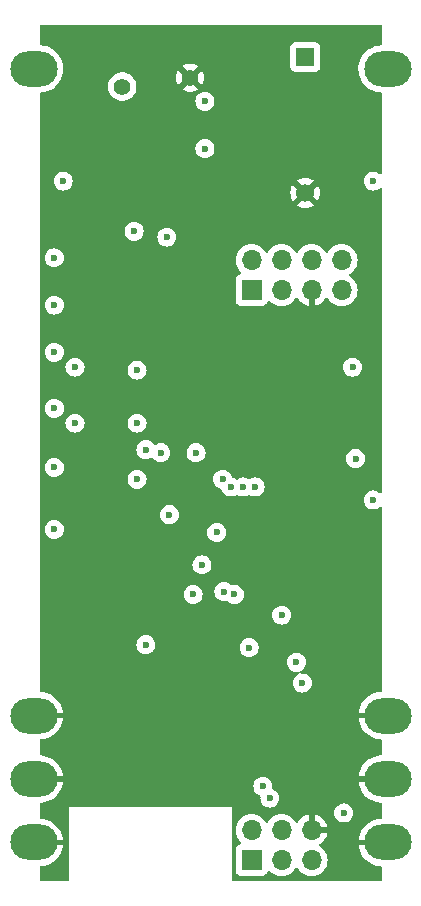
<source format=gbr>
%TF.GenerationSoftware,KiCad,Pcbnew,8.0.8*%
%TF.CreationDate,2025-01-26T19:35:19-06:00*%
%TF.ProjectId,ptSolar,7074536f-6c61-4722-9e6b-696361645f70,rev?*%
%TF.SameCoordinates,Original*%
%TF.FileFunction,Copper,L3,Inr*%
%TF.FilePolarity,Positive*%
%FSLAX46Y46*%
G04 Gerber Fmt 4.6, Leading zero omitted, Abs format (unit mm)*
G04 Created by KiCad (PCBNEW 8.0.8) date 2025-01-26 19:35:19*
%MOMM*%
%LPD*%
G01*
G04 APERTURE LIST*
%TA.AperFunction,ComponentPad*%
%ADD10C,1.400000*%
%TD*%
%TA.AperFunction,ComponentPad*%
%ADD11O,4.000000X3.000000*%
%TD*%
%TA.AperFunction,ComponentPad*%
%ADD12R,1.524000X1.524000*%
%TD*%
%TA.AperFunction,ComponentPad*%
%ADD13C,1.524000*%
%TD*%
%TA.AperFunction,ComponentPad*%
%ADD14R,1.700000X1.700000*%
%TD*%
%TA.AperFunction,ComponentPad*%
%ADD15O,1.700000X1.700000*%
%TD*%
%TA.AperFunction,ViaPad*%
%ADD16C,0.600000*%
%TD*%
G04 APERTURE END LIST*
D10*
%TO.N,GND*%
%TO.C,ANT2b1*%
X150500000Y-72750000D03*
%TD*%
%TO.N,Net-(ANT2-In)*%
%TO.C,ANT2a1*%
X144750000Y-73500000D03*
%TD*%
D11*
%TO.N,Net-(D4-A)*%
%TO.C,J1*%
X137250000Y-72000000D03*
%TO.N,GND*%
X137250000Y-126750000D03*
X137250000Y-132125000D03*
X137250000Y-137500000D03*
%TD*%
%TO.N,GND*%
%TO.C,J2*%
X167250000Y-137500000D03*
X167250000Y-132125000D03*
X167250000Y-126750000D03*
%TO.N,Net-(D5-A)*%
X167250000Y-72000000D03*
%TD*%
D12*
%TO.N,Net-(D1-K)*%
%TO.C,C1*%
X160250000Y-71000000D03*
D13*
%TO.N,GND*%
X160250000Y-82500000D03*
%TD*%
D14*
%TO.N,Net-(J5-Pin_1)*%
%TO.C,J5*%
X155700000Y-90740000D03*
D15*
%TO.N,+3.3V*%
X155700000Y-88200000D03*
%TO.N,Net-(J5-Pin_3)*%
X158240000Y-90740000D03*
%TO.N,/SCL*%
X158240000Y-88200000D03*
%TO.N,GND*%
X160780000Y-90740000D03*
%TO.N,/SDA*%
X160780000Y-88200000D03*
%TO.N,/DIG-PTT*%
X163320000Y-90740000D03*
%TO.N,Net-(J5-Pin_8)*%
X163320000Y-88200000D03*
%TD*%
D14*
%TO.N,/MISO*%
%TO.C,J4*%
X155700000Y-139000000D03*
D15*
%TO.N,+BATT*%
X155700000Y-136460000D03*
%TO.N,/SCK*%
X158240000Y-139000000D03*
%TO.N,/MOSI*%
X158240000Y-136460000D03*
%TO.N,/RESET*%
X160780000Y-139000000D03*
%TO.N,GND*%
X160780000Y-136460000D03*
%TD*%
D16*
%TO.N,GND*%
X159750000Y-98750000D03*
X144250000Y-90500000D03*
%TO.N,+3.3V*%
X146750000Y-120750000D03*
%TO.N,Net-(Q1-D)*%
X146750000Y-104250000D03*
%TO.N,GND*%
X164500000Y-93250000D03*
X156000000Y-93250000D03*
X155250000Y-113250000D03*
%TO.N,Net-(U7-PD3)*%
X159500000Y-122250000D03*
X148750000Y-109750000D03*
%TO.N,+3.3V*%
X163500000Y-135000000D03*
X158250000Y-118250000D03*
%TO.N,GND*%
X159500000Y-109250000D03*
X148750000Y-120000000D03*
X164250000Y-119250000D03*
X153000000Y-123250000D03*
X153000000Y-131250000D03*
X139000000Y-123750000D03*
X139000000Y-113750000D03*
X140750000Y-94000000D03*
X151250000Y-92500000D03*
X165750000Y-77000000D03*
X165250000Y-69000000D03*
X139750000Y-69000000D03*
X151750000Y-69000000D03*
X151000000Y-76750000D03*
X151000000Y-81500000D03*
X151000000Y-85000000D03*
X142500000Y-85500000D03*
X151250000Y-89750000D03*
%TO.N,+3.3V*%
X146000000Y-106750000D03*
X146000000Y-102000000D03*
X146000000Y-97500000D03*
X148531250Y-86250000D03*
%TO.N,GND*%
X150500000Y-112750000D03*
X150500000Y-114500000D03*
%TO.N,+3.3V*%
X151500000Y-114000000D03*
%TO.N,Net-(U2-HIGH{slash}LOW)*%
X164250000Y-97250000D03*
%TO.N,+BATT*%
X139000000Y-111000000D03*
X166000000Y-108500000D03*
X139000000Y-92000000D03*
X139000000Y-88000000D03*
X139000000Y-96000000D03*
X139000000Y-100750000D03*
X139000000Y-105750000D03*
X151750000Y-78750000D03*
%TO.N,Net-(J5-Pin_8)*%
X150750000Y-116500000D03*
%TO.N,/SDA*%
X156000000Y-107400000D03*
%TO.N,/SCL*%
X155000000Y-107400000D03*
%TO.N,Net-(J5-Pin_1)*%
X153925735Y-107400000D03*
%TO.N,Net-(J5-Pin_3)*%
X153250000Y-106750000D03*
%TO.N,Net-(Q2-C)*%
X164500000Y-105000000D03*
%TO.N,Net-(Q4-D)*%
X140750000Y-97250000D03*
%TO.N,Net-(Q4-S)*%
X154250000Y-116500000D03*
X151000000Y-104500000D03*
%TO.N,Net-(Q3-D)*%
X140750000Y-102000000D03*
%TO.N,Net-(Q3-S)*%
X148000000Y-104500000D03*
X153350000Y-116250000D03*
%TO.N,/RESET*%
X152750000Y-111250000D03*
X155500000Y-121000000D03*
X156650000Y-132750000D03*
%TO.N,+BATT*%
X166000000Y-81500000D03*
%TO.N,Net-(D1-K)*%
X151750000Y-74750000D03*
X139750000Y-81500000D03*
%TO.N,Net-(U2-ANTENNA)*%
X145750000Y-85750000D03*
%TO.N,Net-(U2-MIC-IN)*%
X160000000Y-124000000D03*
%TO.N,/MOSI*%
X157250000Y-133750000D03*
%TD*%
%TA.AperFunction,Conductor*%
%TO.N,GND*%
G36*
X166692539Y-68270185D02*
G01*
X166738294Y-68322989D01*
X166749500Y-68374500D01*
X166749500Y-69875500D01*
X166729815Y-69942539D01*
X166677011Y-69988294D01*
X166625500Y-69999500D01*
X166618872Y-69999500D01*
X166387772Y-70029926D01*
X166358884Y-70033730D01*
X166105581Y-70101602D01*
X166105571Y-70101605D01*
X165863309Y-70201953D01*
X165863299Y-70201958D01*
X165636196Y-70333075D01*
X165428148Y-70492718D01*
X165242718Y-70678148D01*
X165083075Y-70886196D01*
X164951958Y-71113299D01*
X164951953Y-71113309D01*
X164851605Y-71355571D01*
X164851602Y-71355581D01*
X164783730Y-71608885D01*
X164749500Y-71868872D01*
X164749500Y-72131127D01*
X164766797Y-72262500D01*
X164783730Y-72391116D01*
X164823054Y-72537876D01*
X164851602Y-72644418D01*
X164851605Y-72644428D01*
X164951953Y-72886690D01*
X164951958Y-72886700D01*
X165083075Y-73113803D01*
X165242718Y-73321851D01*
X165242726Y-73321860D01*
X165428140Y-73507274D01*
X165428148Y-73507281D01*
X165636196Y-73666924D01*
X165863299Y-73798041D01*
X165863309Y-73798046D01*
X166105571Y-73898394D01*
X166105581Y-73898398D01*
X166358884Y-73966270D01*
X166618880Y-74000500D01*
X166625500Y-74000500D01*
X166692539Y-74020185D01*
X166738294Y-74072989D01*
X166749500Y-74124500D01*
X166749500Y-80818060D01*
X166729815Y-80885099D01*
X166677011Y-80930854D01*
X166607853Y-80940798D01*
X166544297Y-80911773D01*
X166537819Y-80905741D01*
X166502262Y-80870184D01*
X166349523Y-80774211D01*
X166179254Y-80714631D01*
X166179249Y-80714630D01*
X166000004Y-80694435D01*
X165999996Y-80694435D01*
X165820750Y-80714630D01*
X165820745Y-80714631D01*
X165650476Y-80774211D01*
X165497737Y-80870184D01*
X165370184Y-80997737D01*
X165274211Y-81150476D01*
X165214631Y-81320745D01*
X165214630Y-81320750D01*
X165194435Y-81499996D01*
X165194435Y-81500003D01*
X165214630Y-81679249D01*
X165214631Y-81679254D01*
X165274211Y-81849523D01*
X165370184Y-82002262D01*
X165497738Y-82129816D01*
X165650478Y-82225789D01*
X165765566Y-82266060D01*
X165820745Y-82285368D01*
X165820750Y-82285369D01*
X165999996Y-82305565D01*
X166000000Y-82305565D01*
X166000004Y-82305565D01*
X166179249Y-82285369D01*
X166179252Y-82285368D01*
X166179255Y-82285368D01*
X166349522Y-82225789D01*
X166502262Y-82129816D01*
X166537819Y-82094259D01*
X166599142Y-82060774D01*
X166668834Y-82065758D01*
X166724767Y-82107630D01*
X166749184Y-82173094D01*
X166749500Y-82181940D01*
X166749500Y-107818060D01*
X166729815Y-107885099D01*
X166677011Y-107930854D01*
X166607853Y-107940798D01*
X166544297Y-107911773D01*
X166537819Y-107905741D01*
X166502262Y-107870184D01*
X166349523Y-107774211D01*
X166179254Y-107714631D01*
X166179249Y-107714630D01*
X166000004Y-107694435D01*
X165999996Y-107694435D01*
X165820750Y-107714630D01*
X165820745Y-107714631D01*
X165650476Y-107774211D01*
X165497737Y-107870184D01*
X165370184Y-107997737D01*
X165274211Y-108150476D01*
X165214631Y-108320745D01*
X165214630Y-108320750D01*
X165194435Y-108499996D01*
X165194435Y-108500003D01*
X165214630Y-108679249D01*
X165214631Y-108679254D01*
X165274211Y-108849523D01*
X165333849Y-108944435D01*
X165370184Y-109002262D01*
X165497738Y-109129816D01*
X165650478Y-109225789D01*
X165713202Y-109247737D01*
X165820745Y-109285368D01*
X165820750Y-109285369D01*
X165999996Y-109305565D01*
X166000000Y-109305565D01*
X166000004Y-109305565D01*
X166179249Y-109285369D01*
X166179252Y-109285368D01*
X166179255Y-109285368D01*
X166349522Y-109225789D01*
X166502262Y-109129816D01*
X166537819Y-109094259D01*
X166599142Y-109060774D01*
X166668834Y-109065758D01*
X166724767Y-109107630D01*
X166749184Y-109173094D01*
X166749500Y-109181940D01*
X166749500Y-124626000D01*
X166729815Y-124693039D01*
X166677011Y-124738794D01*
X166625500Y-124750000D01*
X166618905Y-124750000D01*
X166358990Y-124784220D01*
X166358979Y-124784222D01*
X166105744Y-124852075D01*
X165863528Y-124952404D01*
X165863517Y-124952409D01*
X165636471Y-125083496D01*
X165428480Y-125243092D01*
X165428473Y-125243098D01*
X165243098Y-125428473D01*
X165243092Y-125428480D01*
X165083496Y-125636471D01*
X164952409Y-125863517D01*
X164952404Y-125863528D01*
X164852075Y-126105744D01*
X164784221Y-126358983D01*
X164765654Y-126499999D01*
X164765655Y-126500000D01*
X166024015Y-126500000D01*
X166000000Y-126651623D01*
X166000000Y-126848377D01*
X166024015Y-127000000D01*
X164765655Y-127000000D01*
X164784221Y-127141016D01*
X164852075Y-127394255D01*
X164952404Y-127636471D01*
X164952409Y-127636482D01*
X165083496Y-127863528D01*
X165243092Y-128071519D01*
X165243098Y-128071526D01*
X165428473Y-128256901D01*
X165428480Y-128256907D01*
X165636471Y-128416503D01*
X165863517Y-128547590D01*
X165863528Y-128547595D01*
X166105744Y-128647924D01*
X166358979Y-128715777D01*
X166358990Y-128715779D01*
X166618905Y-128749999D01*
X166618920Y-128750000D01*
X166625500Y-128750000D01*
X166692539Y-128769685D01*
X166738294Y-128822489D01*
X166749500Y-128874000D01*
X166749500Y-130001000D01*
X166729815Y-130068039D01*
X166677011Y-130113794D01*
X166625500Y-130125000D01*
X166618905Y-130125000D01*
X166358990Y-130159220D01*
X166358979Y-130159222D01*
X166105744Y-130227075D01*
X165863528Y-130327404D01*
X165863517Y-130327409D01*
X165636471Y-130458496D01*
X165428480Y-130618092D01*
X165428473Y-130618098D01*
X165243098Y-130803473D01*
X165243092Y-130803480D01*
X165083496Y-131011471D01*
X164952409Y-131238517D01*
X164952404Y-131238528D01*
X164852075Y-131480744D01*
X164784221Y-131733983D01*
X164765654Y-131874999D01*
X164765655Y-131875000D01*
X166024015Y-131875000D01*
X166000000Y-132026623D01*
X166000000Y-132223377D01*
X166024015Y-132375000D01*
X164765655Y-132375000D01*
X164784221Y-132516016D01*
X164852075Y-132769255D01*
X164952404Y-133011471D01*
X164952409Y-133011482D01*
X165083496Y-133238528D01*
X165243092Y-133446519D01*
X165243098Y-133446526D01*
X165428473Y-133631901D01*
X165428480Y-133631907D01*
X165636471Y-133791503D01*
X165863517Y-133922590D01*
X165863528Y-133922595D01*
X166105744Y-134022924D01*
X166358979Y-134090777D01*
X166358990Y-134090779D01*
X166618905Y-134124999D01*
X166618920Y-134125000D01*
X166625500Y-134125000D01*
X166692539Y-134144685D01*
X166738294Y-134197489D01*
X166749500Y-134249000D01*
X166749500Y-135376000D01*
X166729815Y-135443039D01*
X166677011Y-135488794D01*
X166625500Y-135500000D01*
X166618905Y-135500000D01*
X166358990Y-135534220D01*
X166358979Y-135534222D01*
X166105744Y-135602075D01*
X165863528Y-135702404D01*
X165863517Y-135702409D01*
X165636471Y-135833496D01*
X165428480Y-135993092D01*
X165428473Y-135993098D01*
X165243098Y-136178473D01*
X165243092Y-136178480D01*
X165083496Y-136386471D01*
X164952409Y-136613517D01*
X164952404Y-136613528D01*
X164852075Y-136855744D01*
X164784221Y-137108983D01*
X164765654Y-137249999D01*
X164765655Y-137250000D01*
X166024015Y-137250000D01*
X166000000Y-137401623D01*
X166000000Y-137598377D01*
X166024015Y-137750000D01*
X164765655Y-137750000D01*
X164784221Y-137891016D01*
X164852075Y-138144255D01*
X164952404Y-138386471D01*
X164952409Y-138386482D01*
X165083496Y-138613528D01*
X165243092Y-138821519D01*
X165243098Y-138821526D01*
X165428473Y-139006901D01*
X165428480Y-139006907D01*
X165636471Y-139166503D01*
X165863517Y-139297590D01*
X165863528Y-139297595D01*
X166105744Y-139397924D01*
X166358979Y-139465777D01*
X166358990Y-139465779D01*
X166618905Y-139499999D01*
X166618920Y-139500000D01*
X166625500Y-139500000D01*
X166692539Y-139519685D01*
X166738294Y-139572489D01*
X166749500Y-139624000D01*
X166749500Y-140625500D01*
X166729815Y-140692539D01*
X166677011Y-140738294D01*
X166625500Y-140749500D01*
X154124000Y-140749500D01*
X154056961Y-140729815D01*
X154011206Y-140677011D01*
X154000000Y-140625500D01*
X154000000Y-136459999D01*
X154344341Y-136459999D01*
X154344341Y-136460000D01*
X154364936Y-136695403D01*
X154364938Y-136695413D01*
X154426094Y-136923655D01*
X154426096Y-136923659D01*
X154426097Y-136923663D01*
X154506004Y-137095023D01*
X154525965Y-137137830D01*
X154525967Y-137137834D01*
X154604507Y-137250000D01*
X154661501Y-137331396D01*
X154661506Y-137331402D01*
X154783430Y-137453326D01*
X154816915Y-137514649D01*
X154811931Y-137584341D01*
X154770059Y-137640274D01*
X154739083Y-137657189D01*
X154607669Y-137706203D01*
X154607664Y-137706206D01*
X154492455Y-137792452D01*
X154492452Y-137792455D01*
X154406206Y-137907664D01*
X154406202Y-137907671D01*
X154355908Y-138042517D01*
X154349501Y-138102116D01*
X154349500Y-138102135D01*
X154349500Y-139897870D01*
X154349501Y-139897876D01*
X154355908Y-139957483D01*
X154406202Y-140092328D01*
X154406206Y-140092335D01*
X154492452Y-140207544D01*
X154492455Y-140207547D01*
X154607664Y-140293793D01*
X154607671Y-140293797D01*
X154742517Y-140344091D01*
X154742516Y-140344091D01*
X154749444Y-140344835D01*
X154802127Y-140350500D01*
X156597872Y-140350499D01*
X156657483Y-140344091D01*
X156792331Y-140293796D01*
X156907546Y-140207546D01*
X156993796Y-140092331D01*
X157042810Y-139960916D01*
X157084681Y-139904984D01*
X157150145Y-139880566D01*
X157218418Y-139895417D01*
X157246673Y-139916569D01*
X157368599Y-140038495D01*
X157465384Y-140106265D01*
X157562165Y-140174032D01*
X157562167Y-140174033D01*
X157562170Y-140174035D01*
X157776337Y-140273903D01*
X158004592Y-140335063D01*
X158181034Y-140350500D01*
X158239999Y-140355659D01*
X158240000Y-140355659D01*
X158240001Y-140355659D01*
X158298966Y-140350500D01*
X158475408Y-140335063D01*
X158703663Y-140273903D01*
X158917830Y-140174035D01*
X159111401Y-140038495D01*
X159278495Y-139871401D01*
X159408425Y-139685842D01*
X159463002Y-139642217D01*
X159532500Y-139635023D01*
X159594855Y-139666546D01*
X159611575Y-139685842D01*
X159741500Y-139871395D01*
X159741505Y-139871401D01*
X159908599Y-140038495D01*
X160005384Y-140106265D01*
X160102165Y-140174032D01*
X160102167Y-140174033D01*
X160102170Y-140174035D01*
X160316337Y-140273903D01*
X160544592Y-140335063D01*
X160721034Y-140350500D01*
X160779999Y-140355659D01*
X160780000Y-140355659D01*
X160780001Y-140355659D01*
X160838966Y-140350500D01*
X161015408Y-140335063D01*
X161243663Y-140273903D01*
X161457830Y-140174035D01*
X161651401Y-140038495D01*
X161818495Y-139871401D01*
X161954035Y-139677830D01*
X162053903Y-139463663D01*
X162115063Y-139235408D01*
X162135659Y-139000000D01*
X162115063Y-138764592D01*
X162053903Y-138536337D01*
X161954035Y-138322171D01*
X161948425Y-138314158D01*
X161818494Y-138128597D01*
X161651402Y-137961506D01*
X161651401Y-137961505D01*
X161465405Y-137831269D01*
X161421781Y-137776692D01*
X161414588Y-137707193D01*
X161446110Y-137644839D01*
X161465405Y-137628119D01*
X161651082Y-137498105D01*
X161818105Y-137331082D01*
X161953600Y-137137578D01*
X162053429Y-136923492D01*
X162053432Y-136923486D01*
X162110636Y-136710000D01*
X161213012Y-136710000D01*
X161245925Y-136652993D01*
X161280000Y-136525826D01*
X161280000Y-136394174D01*
X161245925Y-136267007D01*
X161213012Y-136210000D01*
X162110636Y-136210000D01*
X162110635Y-136209999D01*
X162053432Y-135996513D01*
X162053429Y-135996507D01*
X161953600Y-135782422D01*
X161953599Y-135782420D01*
X161818113Y-135588926D01*
X161818108Y-135588920D01*
X161651082Y-135421894D01*
X161457578Y-135286399D01*
X161243492Y-135186570D01*
X161243486Y-135186567D01*
X161030000Y-135129364D01*
X161030000Y-136026988D01*
X160972993Y-135994075D01*
X160845826Y-135960000D01*
X160714174Y-135960000D01*
X160587007Y-135994075D01*
X160530000Y-136026988D01*
X160530000Y-135129364D01*
X160529999Y-135129364D01*
X160316513Y-135186567D01*
X160316507Y-135186570D01*
X160102422Y-135286399D01*
X160102420Y-135286400D01*
X159908926Y-135421886D01*
X159908920Y-135421891D01*
X159741891Y-135588920D01*
X159741890Y-135588922D01*
X159611880Y-135774595D01*
X159557303Y-135818219D01*
X159487804Y-135825412D01*
X159425450Y-135793890D01*
X159408730Y-135774594D01*
X159278494Y-135588597D01*
X159111402Y-135421506D01*
X159111395Y-135421501D01*
X158917834Y-135285967D01*
X158917830Y-135285965D01*
X158917828Y-135285964D01*
X158703663Y-135186097D01*
X158703659Y-135186096D01*
X158703655Y-135186094D01*
X158475413Y-135124938D01*
X158475403Y-135124936D01*
X158240001Y-135104341D01*
X158239999Y-135104341D01*
X158004596Y-135124936D01*
X158004586Y-135124938D01*
X157776344Y-135186094D01*
X157776335Y-135186098D01*
X157562171Y-135285964D01*
X157562169Y-135285965D01*
X157368597Y-135421505D01*
X157201505Y-135588597D01*
X157071575Y-135774158D01*
X157016998Y-135817783D01*
X156947500Y-135824977D01*
X156885145Y-135793454D01*
X156868425Y-135774158D01*
X156738494Y-135588597D01*
X156571402Y-135421506D01*
X156571395Y-135421501D01*
X156377834Y-135285967D01*
X156377830Y-135285965D01*
X156377828Y-135285964D01*
X156163663Y-135186097D01*
X156163659Y-135186096D01*
X156163655Y-135186094D01*
X155935413Y-135124938D01*
X155935403Y-135124936D01*
X155700001Y-135104341D01*
X155699999Y-135104341D01*
X155464596Y-135124936D01*
X155464586Y-135124938D01*
X155236344Y-135186094D01*
X155236335Y-135186098D01*
X155022171Y-135285964D01*
X155022169Y-135285965D01*
X154828597Y-135421505D01*
X154661505Y-135588597D01*
X154525965Y-135782169D01*
X154525964Y-135782171D01*
X154426098Y-135996335D01*
X154426094Y-135996344D01*
X154364938Y-136224586D01*
X154364936Y-136224596D01*
X154344341Y-136459999D01*
X154000000Y-136459999D01*
X154000000Y-134999996D01*
X162694435Y-134999996D01*
X162694435Y-135000003D01*
X162714630Y-135179249D01*
X162714631Y-135179254D01*
X162774211Y-135349523D01*
X162856394Y-135480315D01*
X162870184Y-135502262D01*
X162997738Y-135629816D01*
X163150478Y-135725789D01*
X163312320Y-135782420D01*
X163320745Y-135785368D01*
X163320750Y-135785369D01*
X163499996Y-135805565D01*
X163500000Y-135805565D01*
X163500004Y-135805565D01*
X163679249Y-135785369D01*
X163679252Y-135785368D01*
X163679255Y-135785368D01*
X163849522Y-135725789D01*
X164002262Y-135629816D01*
X164129816Y-135502262D01*
X164225789Y-135349522D01*
X164285368Y-135179255D01*
X164285369Y-135179249D01*
X164305565Y-135000003D01*
X164305565Y-134999996D01*
X164285369Y-134820750D01*
X164285368Y-134820745D01*
X164225788Y-134650476D01*
X164153461Y-134535369D01*
X164129816Y-134497738D01*
X164002262Y-134370184D01*
X163849523Y-134274211D01*
X163679254Y-134214631D01*
X163679249Y-134214630D01*
X163500004Y-134194435D01*
X163499996Y-134194435D01*
X163320750Y-134214630D01*
X163320745Y-134214631D01*
X163150476Y-134274211D01*
X162997737Y-134370184D01*
X162870184Y-134497737D01*
X162774211Y-134650476D01*
X162714631Y-134820745D01*
X162714630Y-134820750D01*
X162694435Y-134999996D01*
X154000000Y-134999996D01*
X154000000Y-134500000D01*
X140250000Y-134500000D01*
X140250000Y-140625500D01*
X140230315Y-140692539D01*
X140177511Y-140738294D01*
X140126000Y-140749500D01*
X137874500Y-140749500D01*
X137807461Y-140729815D01*
X137761706Y-140677011D01*
X137750500Y-140625500D01*
X137750500Y-139624000D01*
X137770185Y-139556961D01*
X137822989Y-139511206D01*
X137874500Y-139500000D01*
X137881080Y-139500000D01*
X137881094Y-139499999D01*
X138141009Y-139465779D01*
X138141020Y-139465777D01*
X138394255Y-139397924D01*
X138636471Y-139297595D01*
X138636482Y-139297590D01*
X138863528Y-139166503D01*
X139071519Y-139006907D01*
X139071526Y-139006901D01*
X139256901Y-138821526D01*
X139256907Y-138821519D01*
X139416503Y-138613528D01*
X139547590Y-138386482D01*
X139547595Y-138386471D01*
X139647924Y-138144255D01*
X139715778Y-137891016D01*
X139734345Y-137750000D01*
X138475985Y-137750000D01*
X138500000Y-137598377D01*
X138500000Y-137401623D01*
X138475985Y-137250000D01*
X139734345Y-137250000D01*
X139734345Y-137249999D01*
X139715778Y-137108983D01*
X139647924Y-136855744D01*
X139547595Y-136613528D01*
X139547590Y-136613517D01*
X139416503Y-136386471D01*
X139256907Y-136178480D01*
X139256901Y-136178473D01*
X139071526Y-135993098D01*
X139071519Y-135993092D01*
X138863528Y-135833496D01*
X138636482Y-135702409D01*
X138636471Y-135702404D01*
X138394255Y-135602075D01*
X138141020Y-135534222D01*
X138141009Y-135534220D01*
X137881094Y-135500000D01*
X137874500Y-135500000D01*
X137807461Y-135480315D01*
X137761706Y-135427511D01*
X137750500Y-135376000D01*
X137750500Y-134249000D01*
X137770185Y-134181961D01*
X137822989Y-134136206D01*
X137874500Y-134125000D01*
X137881080Y-134125000D01*
X137881094Y-134124999D01*
X138141009Y-134090779D01*
X138141020Y-134090777D01*
X138394255Y-134022924D01*
X138636471Y-133922595D01*
X138636482Y-133922590D01*
X138863528Y-133791503D01*
X139071519Y-133631907D01*
X139071526Y-133631901D01*
X139256901Y-133446526D01*
X139256907Y-133446519D01*
X139416503Y-133238528D01*
X139547590Y-133011482D01*
X139547595Y-133011471D01*
X139647924Y-132769255D01*
X139653084Y-132749996D01*
X155844435Y-132749996D01*
X155844435Y-132750003D01*
X155864630Y-132929249D01*
X155864631Y-132929254D01*
X155924211Y-133099523D01*
X155983636Y-133194096D01*
X156020184Y-133252262D01*
X156147738Y-133379816D01*
X156300478Y-133475789D01*
X156375360Y-133501991D01*
X156432136Y-133542712D01*
X156457884Y-133607665D01*
X156457626Y-133632916D01*
X156444435Y-133749995D01*
X156444435Y-133750003D01*
X156464630Y-133929249D01*
X156464631Y-133929254D01*
X156524211Y-134099523D01*
X156576011Y-134181961D01*
X156620184Y-134252262D01*
X156747738Y-134379816D01*
X156900478Y-134475789D01*
X157070745Y-134535368D01*
X157070750Y-134535369D01*
X157249996Y-134555565D01*
X157250000Y-134555565D01*
X157250004Y-134555565D01*
X157429249Y-134535369D01*
X157429252Y-134535368D01*
X157429255Y-134535368D01*
X157599522Y-134475789D01*
X157752262Y-134379816D01*
X157879816Y-134252262D01*
X157975789Y-134099522D01*
X158035368Y-133929255D01*
X158035369Y-133929249D01*
X158055565Y-133750003D01*
X158055565Y-133749996D01*
X158035369Y-133570750D01*
X158035368Y-133570745D01*
X157975788Y-133400476D01*
X157936582Y-133338080D01*
X157879816Y-133247738D01*
X157752262Y-133120184D01*
X157719379Y-133099522D01*
X157599523Y-133024211D01*
X157524638Y-132998008D01*
X157467862Y-132957286D01*
X157442115Y-132892333D01*
X157442373Y-132867082D01*
X157455565Y-132750002D01*
X157455565Y-132749996D01*
X157435369Y-132570750D01*
X157435368Y-132570745D01*
X157375788Y-132400476D01*
X157314232Y-132302511D01*
X157279816Y-132247738D01*
X157152262Y-132120184D01*
X156999523Y-132024211D01*
X156829254Y-131964631D01*
X156829249Y-131964630D01*
X156650004Y-131944435D01*
X156649996Y-131944435D01*
X156470750Y-131964630D01*
X156470745Y-131964631D01*
X156300476Y-132024211D01*
X156147737Y-132120184D01*
X156020184Y-132247737D01*
X155924211Y-132400476D01*
X155864631Y-132570745D01*
X155864630Y-132570750D01*
X155844435Y-132749996D01*
X139653084Y-132749996D01*
X139715778Y-132516016D01*
X139734345Y-132375000D01*
X138475985Y-132375000D01*
X138500000Y-132223377D01*
X138500000Y-132026623D01*
X138475985Y-131875000D01*
X139734345Y-131875000D01*
X139734345Y-131874999D01*
X139715778Y-131733983D01*
X139647924Y-131480744D01*
X139547595Y-131238528D01*
X139547590Y-131238517D01*
X139416503Y-131011471D01*
X139256907Y-130803480D01*
X139256901Y-130803473D01*
X139071526Y-130618098D01*
X139071519Y-130618092D01*
X138863528Y-130458496D01*
X138636482Y-130327409D01*
X138636471Y-130327404D01*
X138394255Y-130227075D01*
X138141020Y-130159222D01*
X138141009Y-130159220D01*
X137881094Y-130125000D01*
X137874500Y-130125000D01*
X137807461Y-130105315D01*
X137761706Y-130052511D01*
X137750500Y-130001000D01*
X137750500Y-128874000D01*
X137770185Y-128806961D01*
X137822989Y-128761206D01*
X137874500Y-128750000D01*
X137881080Y-128750000D01*
X137881094Y-128749999D01*
X138141009Y-128715779D01*
X138141020Y-128715777D01*
X138394255Y-128647924D01*
X138636471Y-128547595D01*
X138636482Y-128547590D01*
X138863528Y-128416503D01*
X139071519Y-128256907D01*
X139071526Y-128256901D01*
X139256901Y-128071526D01*
X139256907Y-128071519D01*
X139416503Y-127863528D01*
X139547590Y-127636482D01*
X139547595Y-127636471D01*
X139647924Y-127394255D01*
X139715778Y-127141016D01*
X139734345Y-127000000D01*
X138475985Y-127000000D01*
X138500000Y-126848377D01*
X138500000Y-126651623D01*
X138475985Y-126500000D01*
X139734345Y-126500000D01*
X139734345Y-126499999D01*
X139715778Y-126358983D01*
X139647924Y-126105744D01*
X139547595Y-125863528D01*
X139547590Y-125863517D01*
X139416503Y-125636471D01*
X139256907Y-125428480D01*
X139256901Y-125428473D01*
X139071526Y-125243098D01*
X139071519Y-125243092D01*
X138863528Y-125083496D01*
X138636482Y-124952409D01*
X138636471Y-124952404D01*
X138394255Y-124852075D01*
X138141020Y-124784222D01*
X138141009Y-124784220D01*
X137881094Y-124750000D01*
X137874500Y-124750000D01*
X137807461Y-124730315D01*
X137761706Y-124677511D01*
X137750500Y-124626000D01*
X137750500Y-122249996D01*
X158694435Y-122249996D01*
X158694435Y-122250003D01*
X158714630Y-122429249D01*
X158714631Y-122429254D01*
X158774211Y-122599523D01*
X158870184Y-122752262D01*
X158997738Y-122879816D01*
X159150478Y-122975789D01*
X159244298Y-123008618D01*
X159320745Y-123035368D01*
X159320750Y-123035369D01*
X159499996Y-123055565D01*
X159500000Y-123055565D01*
X159500002Y-123055565D01*
X159547042Y-123050264D01*
X159567496Y-123047960D01*
X159636318Y-123060014D01*
X159687697Y-123107363D01*
X159705322Y-123174973D01*
X159683596Y-123241379D01*
X159647353Y-123276173D01*
X159497739Y-123370182D01*
X159370184Y-123497737D01*
X159274211Y-123650476D01*
X159214631Y-123820745D01*
X159214630Y-123820750D01*
X159194435Y-123999996D01*
X159194435Y-124000003D01*
X159214630Y-124179249D01*
X159214631Y-124179254D01*
X159274211Y-124349523D01*
X159370184Y-124502262D01*
X159497738Y-124629816D01*
X159650478Y-124725789D01*
X159817464Y-124784220D01*
X159820745Y-124785368D01*
X159820750Y-124785369D01*
X159999996Y-124805565D01*
X160000000Y-124805565D01*
X160000004Y-124805565D01*
X160179249Y-124785369D01*
X160179252Y-124785368D01*
X160179255Y-124785368D01*
X160349522Y-124725789D01*
X160502262Y-124629816D01*
X160629816Y-124502262D01*
X160725789Y-124349522D01*
X160785368Y-124179255D01*
X160805565Y-124000000D01*
X160785368Y-123820745D01*
X160725789Y-123650478D01*
X160629816Y-123497738D01*
X160502262Y-123370184D01*
X160352645Y-123276173D01*
X160349523Y-123274211D01*
X160179254Y-123214631D01*
X160179249Y-123214630D01*
X160000004Y-123194435D01*
X159999995Y-123194435D01*
X159932501Y-123202039D01*
X159863680Y-123189984D01*
X159812301Y-123142634D01*
X159794677Y-123075024D01*
X159816404Y-123008618D01*
X159852645Y-122973826D01*
X160002262Y-122879816D01*
X160129816Y-122752262D01*
X160225789Y-122599522D01*
X160285368Y-122429255D01*
X160305565Y-122250000D01*
X160285368Y-122070745D01*
X160225789Y-121900478D01*
X160129816Y-121747738D01*
X160002262Y-121620184D01*
X159899422Y-121555565D01*
X159849523Y-121524211D01*
X159679254Y-121464631D01*
X159679249Y-121464630D01*
X159500004Y-121444435D01*
X159499996Y-121444435D01*
X159320750Y-121464630D01*
X159320745Y-121464631D01*
X159150476Y-121524211D01*
X158997737Y-121620184D01*
X158870184Y-121747737D01*
X158774211Y-121900476D01*
X158714631Y-122070745D01*
X158714630Y-122070750D01*
X158694435Y-122249996D01*
X137750500Y-122249996D01*
X137750500Y-120749996D01*
X145944435Y-120749996D01*
X145944435Y-120750003D01*
X145964630Y-120929249D01*
X145964631Y-120929254D01*
X146024211Y-121099523D01*
X146120184Y-121252262D01*
X146247738Y-121379816D01*
X146338080Y-121436582D01*
X146382721Y-121464632D01*
X146400478Y-121475789D01*
X146538860Y-121524211D01*
X146570745Y-121535368D01*
X146570750Y-121535369D01*
X146749996Y-121555565D01*
X146750000Y-121555565D01*
X146750004Y-121555565D01*
X146929249Y-121535369D01*
X146929252Y-121535368D01*
X146929255Y-121535368D01*
X147099522Y-121475789D01*
X147252262Y-121379816D01*
X147379816Y-121252262D01*
X147475789Y-121099522D01*
X147510615Y-120999996D01*
X154694435Y-120999996D01*
X154694435Y-121000003D01*
X154714630Y-121179249D01*
X154714631Y-121179254D01*
X154774211Y-121349523D01*
X154833849Y-121444435D01*
X154870184Y-121502262D01*
X154997738Y-121629816D01*
X155150478Y-121725789D01*
X155213202Y-121747737D01*
X155320745Y-121785368D01*
X155320750Y-121785369D01*
X155499996Y-121805565D01*
X155500000Y-121805565D01*
X155500004Y-121805565D01*
X155679249Y-121785369D01*
X155679252Y-121785368D01*
X155679255Y-121785368D01*
X155849522Y-121725789D01*
X156002262Y-121629816D01*
X156129816Y-121502262D01*
X156225789Y-121349522D01*
X156285368Y-121179255D01*
X156305565Y-121000000D01*
X156297593Y-120929249D01*
X156285369Y-120820750D01*
X156285368Y-120820745D01*
X156225788Y-120650476D01*
X156186582Y-120588080D01*
X156129816Y-120497738D01*
X156002262Y-120370184D01*
X155849523Y-120274211D01*
X155679254Y-120214631D01*
X155679249Y-120214630D01*
X155500004Y-120194435D01*
X155499996Y-120194435D01*
X155320750Y-120214630D01*
X155320745Y-120214631D01*
X155150476Y-120274211D01*
X154997737Y-120370184D01*
X154870184Y-120497737D01*
X154774211Y-120650476D01*
X154714631Y-120820745D01*
X154714630Y-120820750D01*
X154694435Y-120999996D01*
X147510615Y-120999996D01*
X147535368Y-120929255D01*
X147535369Y-120929249D01*
X147555565Y-120750003D01*
X147555565Y-120749996D01*
X147535369Y-120570750D01*
X147535368Y-120570745D01*
X147475788Y-120400476D01*
X147379815Y-120247737D01*
X147252262Y-120120184D01*
X147099523Y-120024211D01*
X146929254Y-119964631D01*
X146929249Y-119964630D01*
X146750004Y-119944435D01*
X146749996Y-119944435D01*
X146570750Y-119964630D01*
X146570745Y-119964631D01*
X146400476Y-120024211D01*
X146247737Y-120120184D01*
X146120184Y-120247737D01*
X146024211Y-120400476D01*
X145964631Y-120570745D01*
X145964630Y-120570750D01*
X145944435Y-120749996D01*
X137750500Y-120749996D01*
X137750500Y-118249996D01*
X157444435Y-118249996D01*
X157444435Y-118250003D01*
X157464630Y-118429249D01*
X157464631Y-118429254D01*
X157524211Y-118599523D01*
X157620184Y-118752262D01*
X157747738Y-118879816D01*
X157900478Y-118975789D01*
X158070745Y-119035368D01*
X158070750Y-119035369D01*
X158249996Y-119055565D01*
X158250000Y-119055565D01*
X158250004Y-119055565D01*
X158429249Y-119035369D01*
X158429252Y-119035368D01*
X158429255Y-119035368D01*
X158599522Y-118975789D01*
X158752262Y-118879816D01*
X158879816Y-118752262D01*
X158975789Y-118599522D01*
X159035368Y-118429255D01*
X159055565Y-118250000D01*
X159035368Y-118070745D01*
X158975789Y-117900478D01*
X158879816Y-117747738D01*
X158752262Y-117620184D01*
X158599523Y-117524211D01*
X158429254Y-117464631D01*
X158429249Y-117464630D01*
X158250004Y-117444435D01*
X158249996Y-117444435D01*
X158070750Y-117464630D01*
X158070745Y-117464631D01*
X157900476Y-117524211D01*
X157747737Y-117620184D01*
X157620184Y-117747737D01*
X157524211Y-117900476D01*
X157464631Y-118070745D01*
X157464630Y-118070750D01*
X157444435Y-118249996D01*
X137750500Y-118249996D01*
X137750500Y-116499996D01*
X149944435Y-116499996D01*
X149944435Y-116500003D01*
X149964630Y-116679249D01*
X149964631Y-116679254D01*
X150024211Y-116849523D01*
X150103549Y-116975788D01*
X150120184Y-117002262D01*
X150247738Y-117129816D01*
X150400478Y-117225789D01*
X150570745Y-117285368D01*
X150570750Y-117285369D01*
X150749996Y-117305565D01*
X150750000Y-117305565D01*
X150750004Y-117305565D01*
X150929249Y-117285369D01*
X150929252Y-117285368D01*
X150929255Y-117285368D01*
X151099522Y-117225789D01*
X151252262Y-117129816D01*
X151379816Y-117002262D01*
X151475789Y-116849522D01*
X151535368Y-116679255D01*
X151555565Y-116500000D01*
X151547593Y-116429249D01*
X151535369Y-116320750D01*
X151535368Y-116320745D01*
X151510612Y-116249996D01*
X152544435Y-116249996D01*
X152544435Y-116250003D01*
X152564630Y-116429249D01*
X152564631Y-116429254D01*
X152624211Y-116599523D01*
X152720184Y-116752262D01*
X152847738Y-116879816D01*
X153000478Y-116975789D01*
X153170745Y-117035368D01*
X153170750Y-117035369D01*
X153349996Y-117055565D01*
X153350000Y-117055565D01*
X153350004Y-117055565D01*
X153529249Y-117035369D01*
X153529250Y-117035368D01*
X153529255Y-117035368D01*
X153547596Y-117028949D01*
X153617374Y-117025387D01*
X153676232Y-117058310D01*
X153747738Y-117129816D01*
X153900478Y-117225789D01*
X154070745Y-117285368D01*
X154070750Y-117285369D01*
X154249996Y-117305565D01*
X154250000Y-117305565D01*
X154250004Y-117305565D01*
X154429249Y-117285369D01*
X154429252Y-117285368D01*
X154429255Y-117285368D01*
X154599522Y-117225789D01*
X154752262Y-117129816D01*
X154879816Y-117002262D01*
X154975789Y-116849522D01*
X155035368Y-116679255D01*
X155055565Y-116500000D01*
X155047593Y-116429249D01*
X155035369Y-116320750D01*
X155035368Y-116320745D01*
X154975788Y-116150476D01*
X154936582Y-116088080D01*
X154879816Y-115997738D01*
X154752262Y-115870184D01*
X154599523Y-115774211D01*
X154429254Y-115714631D01*
X154429249Y-115714630D01*
X154250004Y-115694435D01*
X154249996Y-115694435D01*
X154070746Y-115714631D01*
X154070745Y-115714631D01*
X154052401Y-115721050D01*
X153982622Y-115724611D01*
X153923767Y-115691689D01*
X153852262Y-115620184D01*
X153699523Y-115524211D01*
X153529254Y-115464631D01*
X153529249Y-115464630D01*
X153350004Y-115444435D01*
X153349996Y-115444435D01*
X153170750Y-115464630D01*
X153170745Y-115464631D01*
X153000476Y-115524211D01*
X152847737Y-115620184D01*
X152720184Y-115747737D01*
X152624211Y-115900476D01*
X152564631Y-116070745D01*
X152564630Y-116070750D01*
X152544435Y-116249996D01*
X151510612Y-116249996D01*
X151475788Y-116150476D01*
X151436582Y-116088080D01*
X151379816Y-115997738D01*
X151252262Y-115870184D01*
X151099523Y-115774211D01*
X150929254Y-115714631D01*
X150929249Y-115714630D01*
X150750004Y-115694435D01*
X150749996Y-115694435D01*
X150570750Y-115714630D01*
X150570745Y-115714631D01*
X150400476Y-115774211D01*
X150247737Y-115870184D01*
X150120184Y-115997737D01*
X150024211Y-116150476D01*
X149964631Y-116320745D01*
X149964630Y-116320750D01*
X149944435Y-116499996D01*
X137750500Y-116499996D01*
X137750500Y-113999996D01*
X150694435Y-113999996D01*
X150694435Y-114000003D01*
X150714630Y-114179249D01*
X150714631Y-114179254D01*
X150774211Y-114349523D01*
X150870184Y-114502262D01*
X150997738Y-114629816D01*
X151150478Y-114725789D01*
X151320745Y-114785368D01*
X151320750Y-114785369D01*
X151499996Y-114805565D01*
X151500000Y-114805565D01*
X151500004Y-114805565D01*
X151679249Y-114785369D01*
X151679252Y-114785368D01*
X151679255Y-114785368D01*
X151849522Y-114725789D01*
X152002262Y-114629816D01*
X152129816Y-114502262D01*
X152225789Y-114349522D01*
X152285368Y-114179255D01*
X152305565Y-114000000D01*
X152285368Y-113820745D01*
X152225789Y-113650478D01*
X152129816Y-113497738D01*
X152002262Y-113370184D01*
X151849523Y-113274211D01*
X151679254Y-113214631D01*
X151679249Y-113214630D01*
X151500004Y-113194435D01*
X151499996Y-113194435D01*
X151320750Y-113214630D01*
X151320745Y-113214631D01*
X151150476Y-113274211D01*
X150997737Y-113370184D01*
X150870184Y-113497737D01*
X150774211Y-113650476D01*
X150714631Y-113820745D01*
X150714630Y-113820750D01*
X150694435Y-113999996D01*
X137750500Y-113999996D01*
X137750500Y-110999996D01*
X138194435Y-110999996D01*
X138194435Y-111000003D01*
X138214630Y-111179249D01*
X138214631Y-111179254D01*
X138274211Y-111349523D01*
X138370184Y-111502262D01*
X138497738Y-111629816D01*
X138650478Y-111725789D01*
X138820745Y-111785368D01*
X138820750Y-111785369D01*
X138999996Y-111805565D01*
X139000000Y-111805565D01*
X139000004Y-111805565D01*
X139179249Y-111785369D01*
X139179252Y-111785368D01*
X139179255Y-111785368D01*
X139349522Y-111725789D01*
X139502262Y-111629816D01*
X139629816Y-111502262D01*
X139725789Y-111349522D01*
X139760615Y-111249996D01*
X151944435Y-111249996D01*
X151944435Y-111250003D01*
X151964630Y-111429249D01*
X151964631Y-111429254D01*
X152024211Y-111599523D01*
X152103549Y-111725788D01*
X152120184Y-111752262D01*
X152247738Y-111879816D01*
X152400478Y-111975789D01*
X152570745Y-112035368D01*
X152570750Y-112035369D01*
X152749996Y-112055565D01*
X152750000Y-112055565D01*
X152750004Y-112055565D01*
X152929249Y-112035369D01*
X152929252Y-112035368D01*
X152929255Y-112035368D01*
X153099522Y-111975789D01*
X153252262Y-111879816D01*
X153379816Y-111752262D01*
X153475789Y-111599522D01*
X153535368Y-111429255D01*
X153555565Y-111250000D01*
X153547593Y-111179249D01*
X153535369Y-111070750D01*
X153535368Y-111070745D01*
X153475788Y-110900476D01*
X153436582Y-110838080D01*
X153379816Y-110747738D01*
X153252262Y-110620184D01*
X153149422Y-110555565D01*
X153099523Y-110524211D01*
X152929254Y-110464631D01*
X152929249Y-110464630D01*
X152750004Y-110444435D01*
X152749996Y-110444435D01*
X152570750Y-110464630D01*
X152570745Y-110464631D01*
X152400476Y-110524211D01*
X152247737Y-110620184D01*
X152120184Y-110747737D01*
X152024211Y-110900476D01*
X151964631Y-111070745D01*
X151964630Y-111070750D01*
X151944435Y-111249996D01*
X139760615Y-111249996D01*
X139785368Y-111179255D01*
X139785369Y-111179249D01*
X139805565Y-111000003D01*
X139805565Y-110999996D01*
X139785369Y-110820750D01*
X139785368Y-110820745D01*
X139725788Y-110650476D01*
X139653461Y-110535369D01*
X139629816Y-110497738D01*
X139502262Y-110370184D01*
X139349523Y-110274211D01*
X139179254Y-110214631D01*
X139179249Y-110214630D01*
X139000004Y-110194435D01*
X138999996Y-110194435D01*
X138820750Y-110214630D01*
X138820745Y-110214631D01*
X138650476Y-110274211D01*
X138497737Y-110370184D01*
X138370184Y-110497737D01*
X138274211Y-110650476D01*
X138214631Y-110820745D01*
X138214630Y-110820750D01*
X138194435Y-110999996D01*
X137750500Y-110999996D01*
X137750500Y-109749996D01*
X147944435Y-109749996D01*
X147944435Y-109750003D01*
X147964630Y-109929249D01*
X147964631Y-109929254D01*
X148024211Y-110099523D01*
X148083849Y-110194435D01*
X148120184Y-110252262D01*
X148247738Y-110379816D01*
X148338080Y-110436582D01*
X148382721Y-110464632D01*
X148400478Y-110475789D01*
X148463202Y-110497737D01*
X148570745Y-110535368D01*
X148570750Y-110535369D01*
X148749996Y-110555565D01*
X148750000Y-110555565D01*
X148750004Y-110555565D01*
X148929249Y-110535369D01*
X148929252Y-110535368D01*
X148929255Y-110535368D01*
X149099522Y-110475789D01*
X149252262Y-110379816D01*
X149379816Y-110252262D01*
X149475789Y-110099522D01*
X149535368Y-109929255D01*
X149555565Y-109750000D01*
X149535368Y-109570745D01*
X149475789Y-109400478D01*
X149379816Y-109247738D01*
X149252262Y-109120184D01*
X149099523Y-109024211D01*
X148929254Y-108964631D01*
X148929249Y-108964630D01*
X148750004Y-108944435D01*
X148749996Y-108944435D01*
X148570750Y-108964630D01*
X148570745Y-108964631D01*
X148400476Y-109024211D01*
X148247737Y-109120184D01*
X148120184Y-109247737D01*
X148024211Y-109400476D01*
X147964631Y-109570745D01*
X147964630Y-109570750D01*
X147944435Y-109749996D01*
X137750500Y-109749996D01*
X137750500Y-106749996D01*
X145194435Y-106749996D01*
X145194435Y-106750003D01*
X145214630Y-106929249D01*
X145214631Y-106929254D01*
X145274211Y-107099523D01*
X145350384Y-107220750D01*
X145370184Y-107252262D01*
X145497738Y-107379816D01*
X145650478Y-107475789D01*
X145820745Y-107535368D01*
X145820750Y-107535369D01*
X145999996Y-107555565D01*
X146000000Y-107555565D01*
X146000004Y-107555565D01*
X146179249Y-107535369D01*
X146179252Y-107535368D01*
X146179255Y-107535368D01*
X146349522Y-107475789D01*
X146502262Y-107379816D01*
X146629816Y-107252262D01*
X146725789Y-107099522D01*
X146785368Y-106929255D01*
X146788919Y-106897738D01*
X146805565Y-106750003D01*
X146805565Y-106749996D01*
X152444435Y-106749996D01*
X152444435Y-106750003D01*
X152464630Y-106929249D01*
X152464631Y-106929254D01*
X152524211Y-107099523D01*
X152600384Y-107220750D01*
X152620184Y-107252262D01*
X152747738Y-107379816D01*
X152900478Y-107475789D01*
X153070745Y-107535368D01*
X153070746Y-107535368D01*
X153076216Y-107537282D01*
X153132992Y-107578004D01*
X153152304Y-107613369D01*
X153199946Y-107749523D01*
X153215459Y-107774211D01*
X153295919Y-107902262D01*
X153423473Y-108029816D01*
X153576213Y-108125789D01*
X153746480Y-108185368D01*
X153746485Y-108185369D01*
X153925731Y-108205565D01*
X153925735Y-108205565D01*
X153925739Y-108205565D01*
X154104984Y-108185369D01*
X154104987Y-108185368D01*
X154104990Y-108185368D01*
X154275257Y-108125789D01*
X154396894Y-108049358D01*
X154464131Y-108030358D01*
X154528838Y-108049357D01*
X154650478Y-108125789D01*
X154820745Y-108185368D01*
X154820750Y-108185369D01*
X154999996Y-108205565D01*
X155000000Y-108205565D01*
X155000004Y-108205565D01*
X155179249Y-108185369D01*
X155179252Y-108185368D01*
X155179255Y-108185368D01*
X155349522Y-108125789D01*
X155434027Y-108072691D01*
X155501264Y-108053690D01*
X155565973Y-108072691D01*
X155650475Y-108125788D01*
X155820745Y-108185368D01*
X155820750Y-108185369D01*
X155999996Y-108205565D01*
X156000000Y-108205565D01*
X156000004Y-108205565D01*
X156179249Y-108185369D01*
X156179252Y-108185368D01*
X156179255Y-108185368D01*
X156349522Y-108125789D01*
X156502262Y-108029816D01*
X156629816Y-107902262D01*
X156725789Y-107749522D01*
X156785368Y-107579255D01*
X156785509Y-107578004D01*
X156805565Y-107400003D01*
X156805565Y-107399996D01*
X156785369Y-107220750D01*
X156785368Y-107220745D01*
X156725789Y-107050478D01*
X156629816Y-106897738D01*
X156502262Y-106770184D01*
X156470144Y-106750003D01*
X156349523Y-106674211D01*
X156179254Y-106614631D01*
X156179249Y-106614630D01*
X156000004Y-106594435D01*
X155999996Y-106594435D01*
X155820750Y-106614630D01*
X155820737Y-106614633D01*
X155650479Y-106674209D01*
X155565971Y-106727309D01*
X155498734Y-106746309D01*
X155434029Y-106727309D01*
X155349520Y-106674209D01*
X155179262Y-106614633D01*
X155179249Y-106614630D01*
X155000004Y-106594435D01*
X154999996Y-106594435D01*
X154820750Y-106614630D01*
X154820745Y-106614631D01*
X154650476Y-106674211D01*
X154528839Y-106750641D01*
X154461602Y-106769641D01*
X154396895Y-106750641D01*
X154275256Y-106674210D01*
X154164958Y-106635615D01*
X154104990Y-106614632D01*
X154104988Y-106614631D01*
X154099519Y-106612718D01*
X154042743Y-106571996D01*
X154023431Y-106536631D01*
X153975788Y-106400476D01*
X153936582Y-106338080D01*
X153879816Y-106247738D01*
X153752262Y-106120184D01*
X153719379Y-106099522D01*
X153599523Y-106024211D01*
X153429254Y-105964631D01*
X153429249Y-105964630D01*
X153250004Y-105944435D01*
X153249996Y-105944435D01*
X153070750Y-105964630D01*
X153070745Y-105964631D01*
X152900476Y-106024211D01*
X152747737Y-106120184D01*
X152620184Y-106247737D01*
X152524211Y-106400476D01*
X152464631Y-106570745D01*
X152464630Y-106570750D01*
X152444435Y-106749996D01*
X146805565Y-106749996D01*
X146785369Y-106570750D01*
X146785368Y-106570745D01*
X146725788Y-106400476D01*
X146686582Y-106338080D01*
X146629816Y-106247738D01*
X146502262Y-106120184D01*
X146469379Y-106099522D01*
X146349523Y-106024211D01*
X146179254Y-105964631D01*
X146179249Y-105964630D01*
X146000004Y-105944435D01*
X145999996Y-105944435D01*
X145820750Y-105964630D01*
X145820745Y-105964631D01*
X145650476Y-106024211D01*
X145497737Y-106120184D01*
X145370184Y-106247737D01*
X145274211Y-106400476D01*
X145214631Y-106570745D01*
X145214630Y-106570750D01*
X145194435Y-106749996D01*
X137750500Y-106749996D01*
X137750500Y-105749996D01*
X138194435Y-105749996D01*
X138194435Y-105750003D01*
X138214630Y-105929249D01*
X138214631Y-105929254D01*
X138274211Y-106099523D01*
X138367341Y-106247737D01*
X138370184Y-106252262D01*
X138497738Y-106379816D01*
X138650478Y-106475789D01*
X138820745Y-106535368D01*
X138820750Y-106535369D01*
X138999996Y-106555565D01*
X139000000Y-106555565D01*
X139000004Y-106555565D01*
X139179249Y-106535369D01*
X139179252Y-106535368D01*
X139179255Y-106535368D01*
X139349522Y-106475789D01*
X139502262Y-106379816D01*
X139629816Y-106252262D01*
X139725789Y-106099522D01*
X139785368Y-105929255D01*
X139785369Y-105929249D01*
X139805565Y-105750003D01*
X139805565Y-105749996D01*
X139785369Y-105570750D01*
X139785368Y-105570745D01*
X139725788Y-105400476D01*
X139653461Y-105285369D01*
X139629816Y-105247738D01*
X139502262Y-105120184D01*
X139399422Y-105055565D01*
X139349523Y-105024211D01*
X139179254Y-104964631D01*
X139179249Y-104964630D01*
X139000004Y-104944435D01*
X138999996Y-104944435D01*
X138820750Y-104964630D01*
X138820745Y-104964631D01*
X138650476Y-105024211D01*
X138497737Y-105120184D01*
X138370184Y-105247737D01*
X138274211Y-105400476D01*
X138214631Y-105570745D01*
X138214630Y-105570750D01*
X138194435Y-105749996D01*
X137750500Y-105749996D01*
X137750500Y-104249996D01*
X145944435Y-104249996D01*
X145944435Y-104250003D01*
X145964630Y-104429249D01*
X145964631Y-104429254D01*
X146024211Y-104599523D01*
X146120184Y-104752262D01*
X146247738Y-104879816D01*
X146293110Y-104908325D01*
X146385449Y-104966346D01*
X146400478Y-104975789D01*
X146538860Y-105024211D01*
X146570745Y-105035368D01*
X146570750Y-105035369D01*
X146749996Y-105055565D01*
X146750000Y-105055565D01*
X146750004Y-105055565D01*
X146929249Y-105035369D01*
X146929252Y-105035368D01*
X146929255Y-105035368D01*
X147099522Y-104975789D01*
X147114551Y-104966346D01*
X147141357Y-104949502D01*
X147176650Y-104927325D01*
X147243887Y-104908325D01*
X147310722Y-104928692D01*
X147347616Y-104966346D01*
X147370182Y-105002260D01*
X147370184Y-105002262D01*
X147497738Y-105129816D01*
X147650478Y-105225789D01*
X147713202Y-105247737D01*
X147820745Y-105285368D01*
X147820750Y-105285369D01*
X147999996Y-105305565D01*
X148000000Y-105305565D01*
X148000004Y-105305565D01*
X148179249Y-105285369D01*
X148179252Y-105285368D01*
X148179255Y-105285368D01*
X148349522Y-105225789D01*
X148502262Y-105129816D01*
X148629816Y-105002262D01*
X148725789Y-104849522D01*
X148785368Y-104679255D01*
X148785369Y-104679249D01*
X148805565Y-104500003D01*
X148805565Y-104499996D01*
X150194435Y-104499996D01*
X150194435Y-104500003D01*
X150214630Y-104679249D01*
X150214631Y-104679254D01*
X150274211Y-104849523D01*
X150323957Y-104928692D01*
X150370184Y-105002262D01*
X150497738Y-105129816D01*
X150650478Y-105225789D01*
X150713202Y-105247737D01*
X150820745Y-105285368D01*
X150820750Y-105285369D01*
X150999996Y-105305565D01*
X151000000Y-105305565D01*
X151000004Y-105305565D01*
X151179249Y-105285369D01*
X151179252Y-105285368D01*
X151179255Y-105285368D01*
X151349522Y-105225789D01*
X151502262Y-105129816D01*
X151629816Y-105002262D01*
X151631240Y-104999996D01*
X163694435Y-104999996D01*
X163694435Y-105000003D01*
X163714630Y-105179249D01*
X163714631Y-105179254D01*
X163774211Y-105349523D01*
X163870184Y-105502262D01*
X163997738Y-105629816D01*
X164150478Y-105725789D01*
X164219678Y-105750003D01*
X164320745Y-105785368D01*
X164320750Y-105785369D01*
X164499996Y-105805565D01*
X164500000Y-105805565D01*
X164500004Y-105805565D01*
X164679249Y-105785369D01*
X164679252Y-105785368D01*
X164679255Y-105785368D01*
X164849522Y-105725789D01*
X165002262Y-105629816D01*
X165129816Y-105502262D01*
X165225789Y-105349522D01*
X165285368Y-105179255D01*
X165285369Y-105179249D01*
X165305565Y-105000003D01*
X165305565Y-104999996D01*
X165285369Y-104820750D01*
X165285368Y-104820745D01*
X165261405Y-104752262D01*
X165225789Y-104650478D01*
X165129816Y-104497738D01*
X165002262Y-104370184D01*
X164849523Y-104274211D01*
X164679254Y-104214631D01*
X164679249Y-104214630D01*
X164500004Y-104194435D01*
X164499996Y-104194435D01*
X164320750Y-104214630D01*
X164320745Y-104214631D01*
X164150476Y-104274211D01*
X163997737Y-104370184D01*
X163870184Y-104497737D01*
X163774211Y-104650476D01*
X163714631Y-104820745D01*
X163714630Y-104820750D01*
X163694435Y-104999996D01*
X151631240Y-104999996D01*
X151725789Y-104849522D01*
X151785368Y-104679255D01*
X151785369Y-104679249D01*
X151805565Y-104500003D01*
X151805565Y-104499996D01*
X151785369Y-104320750D01*
X151785368Y-104320745D01*
X151725788Y-104150476D01*
X151686582Y-104088080D01*
X151629816Y-103997738D01*
X151502262Y-103870184D01*
X151456889Y-103841674D01*
X151349523Y-103774211D01*
X151179254Y-103714631D01*
X151179249Y-103714630D01*
X151000004Y-103694435D01*
X150999996Y-103694435D01*
X150820750Y-103714630D01*
X150820745Y-103714631D01*
X150650476Y-103774211D01*
X150497737Y-103870184D01*
X150370184Y-103997737D01*
X150274211Y-104150476D01*
X150214631Y-104320745D01*
X150214630Y-104320750D01*
X150194435Y-104499996D01*
X148805565Y-104499996D01*
X148785369Y-104320750D01*
X148785368Y-104320745D01*
X148725788Y-104150476D01*
X148686582Y-104088080D01*
X148629816Y-103997738D01*
X148502262Y-103870184D01*
X148456889Y-103841674D01*
X148349523Y-103774211D01*
X148179254Y-103714631D01*
X148179249Y-103714630D01*
X148000004Y-103694435D01*
X147999996Y-103694435D01*
X147820750Y-103714630D01*
X147820745Y-103714631D01*
X147650474Y-103774212D01*
X147573347Y-103822674D01*
X147506110Y-103841674D01*
X147439275Y-103821306D01*
X147402382Y-103783652D01*
X147379816Y-103747738D01*
X147252262Y-103620184D01*
X147099523Y-103524211D01*
X146929254Y-103464631D01*
X146929249Y-103464630D01*
X146750004Y-103444435D01*
X146749996Y-103444435D01*
X146570750Y-103464630D01*
X146570745Y-103464631D01*
X146400476Y-103524211D01*
X146247737Y-103620184D01*
X146120184Y-103747737D01*
X146024211Y-103900476D01*
X145964631Y-104070745D01*
X145964630Y-104070750D01*
X145944435Y-104249996D01*
X137750500Y-104249996D01*
X137750500Y-101999996D01*
X139944435Y-101999996D01*
X139944435Y-102000003D01*
X139964630Y-102179249D01*
X139964631Y-102179254D01*
X140024211Y-102349523D01*
X140120184Y-102502262D01*
X140247738Y-102629816D01*
X140400478Y-102725789D01*
X140570745Y-102785368D01*
X140570750Y-102785369D01*
X140749996Y-102805565D01*
X140750000Y-102805565D01*
X140750004Y-102805565D01*
X140929249Y-102785369D01*
X140929252Y-102785368D01*
X140929255Y-102785368D01*
X141099522Y-102725789D01*
X141252262Y-102629816D01*
X141379816Y-102502262D01*
X141475789Y-102349522D01*
X141535368Y-102179255D01*
X141555565Y-102000000D01*
X141555565Y-101999996D01*
X145194435Y-101999996D01*
X145194435Y-102000003D01*
X145214630Y-102179249D01*
X145214631Y-102179254D01*
X145274211Y-102349523D01*
X145370184Y-102502262D01*
X145497738Y-102629816D01*
X145650478Y-102725789D01*
X145820745Y-102785368D01*
X145820750Y-102785369D01*
X145999996Y-102805565D01*
X146000000Y-102805565D01*
X146000004Y-102805565D01*
X146179249Y-102785369D01*
X146179252Y-102785368D01*
X146179255Y-102785368D01*
X146349522Y-102725789D01*
X146502262Y-102629816D01*
X146629816Y-102502262D01*
X146725789Y-102349522D01*
X146785368Y-102179255D01*
X146805565Y-102000000D01*
X146785368Y-101820745D01*
X146725789Y-101650478D01*
X146629816Y-101497738D01*
X146502262Y-101370184D01*
X146349523Y-101274211D01*
X146179254Y-101214631D01*
X146179249Y-101214630D01*
X146000004Y-101194435D01*
X145999996Y-101194435D01*
X145820750Y-101214630D01*
X145820745Y-101214631D01*
X145650476Y-101274211D01*
X145497737Y-101370184D01*
X145370184Y-101497737D01*
X145274211Y-101650476D01*
X145214631Y-101820745D01*
X145214630Y-101820750D01*
X145194435Y-101999996D01*
X141555565Y-101999996D01*
X141535368Y-101820745D01*
X141475789Y-101650478D01*
X141379816Y-101497738D01*
X141252262Y-101370184D01*
X141099523Y-101274211D01*
X140929254Y-101214631D01*
X140929249Y-101214630D01*
X140750004Y-101194435D01*
X140749996Y-101194435D01*
X140570750Y-101214630D01*
X140570745Y-101214631D01*
X140400476Y-101274211D01*
X140247737Y-101370184D01*
X140120184Y-101497737D01*
X140024211Y-101650476D01*
X139964631Y-101820745D01*
X139964630Y-101820750D01*
X139944435Y-101999996D01*
X137750500Y-101999996D01*
X137750500Y-100749996D01*
X138194435Y-100749996D01*
X138194435Y-100750003D01*
X138214630Y-100929249D01*
X138214631Y-100929254D01*
X138274211Y-101099523D01*
X138333849Y-101194435D01*
X138370184Y-101252262D01*
X138497738Y-101379816D01*
X138650478Y-101475789D01*
X138713202Y-101497737D01*
X138820745Y-101535368D01*
X138820750Y-101535369D01*
X138999996Y-101555565D01*
X139000000Y-101555565D01*
X139000004Y-101555565D01*
X139179249Y-101535369D01*
X139179252Y-101535368D01*
X139179255Y-101535368D01*
X139349522Y-101475789D01*
X139502262Y-101379816D01*
X139629816Y-101252262D01*
X139725789Y-101099522D01*
X139785368Y-100929255D01*
X139805565Y-100750000D01*
X139785368Y-100570745D01*
X139725789Y-100400478D01*
X139629816Y-100247738D01*
X139502262Y-100120184D01*
X139349523Y-100024211D01*
X139179254Y-99964631D01*
X139179249Y-99964630D01*
X139000004Y-99944435D01*
X138999996Y-99944435D01*
X138820750Y-99964630D01*
X138820745Y-99964631D01*
X138650476Y-100024211D01*
X138497737Y-100120184D01*
X138370184Y-100247737D01*
X138274211Y-100400476D01*
X138214631Y-100570745D01*
X138214630Y-100570750D01*
X138194435Y-100749996D01*
X137750500Y-100749996D01*
X137750500Y-97249996D01*
X139944435Y-97249996D01*
X139944435Y-97250003D01*
X139964630Y-97429249D01*
X139964631Y-97429254D01*
X140024211Y-97599523D01*
X140120184Y-97752262D01*
X140247738Y-97879816D01*
X140400478Y-97975789D01*
X140570745Y-98035368D01*
X140570750Y-98035369D01*
X140749996Y-98055565D01*
X140750000Y-98055565D01*
X140750004Y-98055565D01*
X140929249Y-98035369D01*
X140929252Y-98035368D01*
X140929255Y-98035368D01*
X141099522Y-97975789D01*
X141252262Y-97879816D01*
X141379816Y-97752262D01*
X141475789Y-97599522D01*
X141510615Y-97499996D01*
X145194435Y-97499996D01*
X145194435Y-97500003D01*
X145214630Y-97679249D01*
X145214631Y-97679254D01*
X145274211Y-97849523D01*
X145353549Y-97975788D01*
X145370184Y-98002262D01*
X145497738Y-98129816D01*
X145650478Y-98225789D01*
X145820745Y-98285368D01*
X145820750Y-98285369D01*
X145999996Y-98305565D01*
X146000000Y-98305565D01*
X146000004Y-98305565D01*
X146179249Y-98285369D01*
X146179252Y-98285368D01*
X146179255Y-98285368D01*
X146349522Y-98225789D01*
X146502262Y-98129816D01*
X146629816Y-98002262D01*
X146725789Y-97849522D01*
X146785368Y-97679255D01*
X146805565Y-97500000D01*
X146797593Y-97429249D01*
X146785369Y-97320750D01*
X146785368Y-97320745D01*
X146760612Y-97249996D01*
X163444435Y-97249996D01*
X163444435Y-97250003D01*
X163464630Y-97429249D01*
X163464631Y-97429254D01*
X163524211Y-97599523D01*
X163620184Y-97752262D01*
X163747738Y-97879816D01*
X163900478Y-97975789D01*
X164070745Y-98035368D01*
X164070750Y-98035369D01*
X164249996Y-98055565D01*
X164250000Y-98055565D01*
X164250004Y-98055565D01*
X164429249Y-98035369D01*
X164429252Y-98035368D01*
X164429255Y-98035368D01*
X164599522Y-97975789D01*
X164752262Y-97879816D01*
X164879816Y-97752262D01*
X164975789Y-97599522D01*
X165035368Y-97429255D01*
X165035369Y-97429249D01*
X165055565Y-97250003D01*
X165055565Y-97249996D01*
X165035369Y-97070750D01*
X165035368Y-97070745D01*
X164975788Y-96900476D01*
X164903461Y-96785369D01*
X164879816Y-96747738D01*
X164752262Y-96620184D01*
X164599523Y-96524211D01*
X164429254Y-96464631D01*
X164429249Y-96464630D01*
X164250004Y-96444435D01*
X164249996Y-96444435D01*
X164070750Y-96464630D01*
X164070745Y-96464631D01*
X163900476Y-96524211D01*
X163747737Y-96620184D01*
X163620184Y-96747737D01*
X163524211Y-96900476D01*
X163464631Y-97070745D01*
X163464630Y-97070750D01*
X163444435Y-97249996D01*
X146760612Y-97249996D01*
X146725788Y-97150476D01*
X146686582Y-97088080D01*
X146629816Y-96997738D01*
X146502262Y-96870184D01*
X146399422Y-96805565D01*
X146349523Y-96774211D01*
X146179254Y-96714631D01*
X146179249Y-96714630D01*
X146000004Y-96694435D01*
X145999996Y-96694435D01*
X145820750Y-96714630D01*
X145820745Y-96714631D01*
X145650476Y-96774211D01*
X145497737Y-96870184D01*
X145370184Y-96997737D01*
X145274211Y-97150476D01*
X145214631Y-97320745D01*
X145214630Y-97320750D01*
X145194435Y-97499996D01*
X141510615Y-97499996D01*
X141535368Y-97429255D01*
X141535369Y-97429249D01*
X141555565Y-97250003D01*
X141555565Y-97249996D01*
X141535369Y-97070750D01*
X141535368Y-97070745D01*
X141475788Y-96900476D01*
X141403461Y-96785369D01*
X141379816Y-96747738D01*
X141252262Y-96620184D01*
X141099523Y-96524211D01*
X140929254Y-96464631D01*
X140929249Y-96464630D01*
X140750004Y-96444435D01*
X140749996Y-96444435D01*
X140570750Y-96464630D01*
X140570745Y-96464631D01*
X140400476Y-96524211D01*
X140247737Y-96620184D01*
X140120184Y-96747737D01*
X140024211Y-96900476D01*
X139964631Y-97070745D01*
X139964630Y-97070750D01*
X139944435Y-97249996D01*
X137750500Y-97249996D01*
X137750500Y-95999996D01*
X138194435Y-95999996D01*
X138194435Y-96000003D01*
X138214630Y-96179249D01*
X138214631Y-96179254D01*
X138274211Y-96349523D01*
X138333849Y-96444435D01*
X138370184Y-96502262D01*
X138497738Y-96629816D01*
X138588080Y-96686582D01*
X138632721Y-96714632D01*
X138650478Y-96725789D01*
X138713202Y-96747737D01*
X138820745Y-96785368D01*
X138820750Y-96785369D01*
X138999996Y-96805565D01*
X139000000Y-96805565D01*
X139000004Y-96805565D01*
X139179249Y-96785369D01*
X139179252Y-96785368D01*
X139179255Y-96785368D01*
X139349522Y-96725789D01*
X139502262Y-96629816D01*
X139629816Y-96502262D01*
X139725789Y-96349522D01*
X139785368Y-96179255D01*
X139805565Y-96000000D01*
X139785368Y-95820745D01*
X139725789Y-95650478D01*
X139629816Y-95497738D01*
X139502262Y-95370184D01*
X139349523Y-95274211D01*
X139179254Y-95214631D01*
X139179249Y-95214630D01*
X139000004Y-95194435D01*
X138999996Y-95194435D01*
X138820750Y-95214630D01*
X138820745Y-95214631D01*
X138650476Y-95274211D01*
X138497737Y-95370184D01*
X138370184Y-95497737D01*
X138274211Y-95650476D01*
X138214631Y-95820745D01*
X138214630Y-95820750D01*
X138194435Y-95999996D01*
X137750500Y-95999996D01*
X137750500Y-91999996D01*
X138194435Y-91999996D01*
X138194435Y-92000003D01*
X138214630Y-92179249D01*
X138214631Y-92179254D01*
X138274211Y-92349523D01*
X138370184Y-92502262D01*
X138497738Y-92629816D01*
X138650478Y-92725789D01*
X138820745Y-92785368D01*
X138820750Y-92785369D01*
X138999996Y-92805565D01*
X139000000Y-92805565D01*
X139000004Y-92805565D01*
X139179249Y-92785369D01*
X139179252Y-92785368D01*
X139179255Y-92785368D01*
X139349522Y-92725789D01*
X139502262Y-92629816D01*
X139629816Y-92502262D01*
X139725789Y-92349522D01*
X139785368Y-92179255D01*
X139794787Y-92095659D01*
X139805565Y-92000003D01*
X139805565Y-91999996D01*
X139785369Y-91820750D01*
X139785368Y-91820745D01*
X139725788Y-91650476D01*
X139629815Y-91497737D01*
X139502262Y-91370184D01*
X139349523Y-91274211D01*
X139179254Y-91214631D01*
X139179249Y-91214630D01*
X139000004Y-91194435D01*
X138999996Y-91194435D01*
X138820750Y-91214630D01*
X138820745Y-91214631D01*
X138650476Y-91274211D01*
X138497737Y-91370184D01*
X138370184Y-91497737D01*
X138274211Y-91650476D01*
X138214631Y-91820745D01*
X138214630Y-91820750D01*
X138194435Y-91999996D01*
X137750500Y-91999996D01*
X137750500Y-87999996D01*
X138194435Y-87999996D01*
X138194435Y-88000003D01*
X138214630Y-88179249D01*
X138214631Y-88179254D01*
X138274211Y-88349523D01*
X138328177Y-88435408D01*
X138370184Y-88502262D01*
X138497738Y-88629816D01*
X138650478Y-88725789D01*
X138820745Y-88785368D01*
X138820750Y-88785369D01*
X138999996Y-88805565D01*
X139000000Y-88805565D01*
X139000004Y-88805565D01*
X139179249Y-88785369D01*
X139179252Y-88785368D01*
X139179255Y-88785368D01*
X139349522Y-88725789D01*
X139502262Y-88629816D01*
X139629816Y-88502262D01*
X139725789Y-88349522D01*
X139778109Y-88199999D01*
X154344341Y-88199999D01*
X154344341Y-88200000D01*
X154364936Y-88435403D01*
X154364938Y-88435413D01*
X154426094Y-88663655D01*
X154426096Y-88663659D01*
X154426097Y-88663663D01*
X154455067Y-88725789D01*
X154525965Y-88877830D01*
X154525967Y-88877834D01*
X154634281Y-89032521D01*
X154661501Y-89071396D01*
X154661506Y-89071402D01*
X154783430Y-89193326D01*
X154816915Y-89254649D01*
X154811931Y-89324341D01*
X154770059Y-89380274D01*
X154739083Y-89397189D01*
X154607669Y-89446203D01*
X154607664Y-89446206D01*
X154492455Y-89532452D01*
X154492452Y-89532455D01*
X154406206Y-89647664D01*
X154406202Y-89647671D01*
X154355908Y-89782517D01*
X154349501Y-89842116D01*
X154349500Y-89842135D01*
X154349500Y-91637870D01*
X154349501Y-91637876D01*
X154355908Y-91697483D01*
X154406202Y-91832328D01*
X154406206Y-91832335D01*
X154492452Y-91947544D01*
X154492455Y-91947547D01*
X154607664Y-92033793D01*
X154607671Y-92033797D01*
X154742517Y-92084091D01*
X154742516Y-92084091D01*
X154749444Y-92084835D01*
X154802127Y-92090500D01*
X156597872Y-92090499D01*
X156657483Y-92084091D01*
X156792331Y-92033796D01*
X156907546Y-91947546D01*
X156993796Y-91832331D01*
X157042810Y-91700916D01*
X157084681Y-91644984D01*
X157150145Y-91620566D01*
X157218418Y-91635417D01*
X157246673Y-91656569D01*
X157368599Y-91778495D01*
X157465384Y-91846265D01*
X157562165Y-91914032D01*
X157562167Y-91914033D01*
X157562170Y-91914035D01*
X157776337Y-92013903D01*
X158004592Y-92075063D01*
X158181034Y-92090500D01*
X158239999Y-92095659D01*
X158240000Y-92095659D01*
X158240001Y-92095659D01*
X158298966Y-92090500D01*
X158475408Y-92075063D01*
X158703663Y-92013903D01*
X158917830Y-91914035D01*
X159111401Y-91778495D01*
X159278495Y-91611401D01*
X159408730Y-91425405D01*
X159463307Y-91381781D01*
X159532805Y-91374587D01*
X159595160Y-91406110D01*
X159611879Y-91425405D01*
X159741890Y-91611078D01*
X159908917Y-91778105D01*
X160102421Y-91913600D01*
X160316507Y-92013429D01*
X160316516Y-92013433D01*
X160530000Y-92070634D01*
X160530000Y-91173012D01*
X160587007Y-91205925D01*
X160714174Y-91240000D01*
X160845826Y-91240000D01*
X160972993Y-91205925D01*
X161030000Y-91173012D01*
X161030000Y-92070633D01*
X161243483Y-92013433D01*
X161243492Y-92013429D01*
X161457578Y-91913600D01*
X161651082Y-91778105D01*
X161818105Y-91611082D01*
X161948119Y-91425405D01*
X162002696Y-91381781D01*
X162072195Y-91374588D01*
X162134549Y-91406110D01*
X162151269Y-91425405D01*
X162281505Y-91611401D01*
X162448599Y-91778495D01*
X162545384Y-91846265D01*
X162642165Y-91914032D01*
X162642167Y-91914033D01*
X162642170Y-91914035D01*
X162856337Y-92013903D01*
X163084592Y-92075063D01*
X163261034Y-92090500D01*
X163319999Y-92095659D01*
X163320000Y-92095659D01*
X163320001Y-92095659D01*
X163378966Y-92090500D01*
X163555408Y-92075063D01*
X163783663Y-92013903D01*
X163997830Y-91914035D01*
X164191401Y-91778495D01*
X164358495Y-91611401D01*
X164494035Y-91417830D01*
X164593903Y-91203663D01*
X164655063Y-90975408D01*
X164675659Y-90740000D01*
X164655063Y-90504592D01*
X164593903Y-90276337D01*
X164494035Y-90062171D01*
X164488731Y-90054595D01*
X164358494Y-89868597D01*
X164191402Y-89701506D01*
X164191396Y-89701501D01*
X164005842Y-89571575D01*
X163962217Y-89516998D01*
X163955023Y-89447500D01*
X163986546Y-89385145D01*
X164005842Y-89368425D01*
X164118054Y-89289853D01*
X164191401Y-89238495D01*
X164358495Y-89071401D01*
X164494035Y-88877830D01*
X164593903Y-88663663D01*
X164655063Y-88435408D01*
X164675659Y-88200000D01*
X164673843Y-88179249D01*
X164658161Y-88000000D01*
X164655063Y-87964592D01*
X164593903Y-87736337D01*
X164494035Y-87522171D01*
X164488425Y-87514158D01*
X164358494Y-87328597D01*
X164191402Y-87161506D01*
X164191395Y-87161501D01*
X163997834Y-87025967D01*
X163997830Y-87025965D01*
X163997828Y-87025964D01*
X163783663Y-86926097D01*
X163783659Y-86926096D01*
X163783655Y-86926094D01*
X163555413Y-86864938D01*
X163555403Y-86864936D01*
X163320001Y-86844341D01*
X163319999Y-86844341D01*
X163084596Y-86864936D01*
X163084586Y-86864938D01*
X162856344Y-86926094D01*
X162856335Y-86926098D01*
X162642171Y-87025964D01*
X162642169Y-87025965D01*
X162448597Y-87161505D01*
X162281505Y-87328597D01*
X162151575Y-87514158D01*
X162096998Y-87557783D01*
X162027500Y-87564977D01*
X161965145Y-87533454D01*
X161948425Y-87514158D01*
X161818494Y-87328597D01*
X161651402Y-87161506D01*
X161651395Y-87161501D01*
X161457834Y-87025967D01*
X161457830Y-87025965D01*
X161457828Y-87025964D01*
X161243663Y-86926097D01*
X161243659Y-86926096D01*
X161243655Y-86926094D01*
X161015413Y-86864938D01*
X161015403Y-86864936D01*
X160780001Y-86844341D01*
X160779999Y-86844341D01*
X160544596Y-86864936D01*
X160544586Y-86864938D01*
X160316344Y-86926094D01*
X160316335Y-86926098D01*
X160102171Y-87025964D01*
X160102169Y-87025965D01*
X159908597Y-87161505D01*
X159741505Y-87328597D01*
X159611575Y-87514158D01*
X159556998Y-87557783D01*
X159487500Y-87564977D01*
X159425145Y-87533454D01*
X159408425Y-87514158D01*
X159278494Y-87328597D01*
X159111402Y-87161506D01*
X159111395Y-87161501D01*
X158917834Y-87025967D01*
X158917830Y-87025965D01*
X158917828Y-87025964D01*
X158703663Y-86926097D01*
X158703659Y-86926096D01*
X158703655Y-86926094D01*
X158475413Y-86864938D01*
X158475403Y-86864936D01*
X158240001Y-86844341D01*
X158239999Y-86844341D01*
X158004596Y-86864936D01*
X158004586Y-86864938D01*
X157776344Y-86926094D01*
X157776335Y-86926098D01*
X157562171Y-87025964D01*
X157562169Y-87025965D01*
X157368597Y-87161505D01*
X157201505Y-87328597D01*
X157071575Y-87514158D01*
X157016998Y-87557783D01*
X156947500Y-87564977D01*
X156885145Y-87533454D01*
X156868425Y-87514158D01*
X156738494Y-87328597D01*
X156571402Y-87161506D01*
X156571395Y-87161501D01*
X156377834Y-87025967D01*
X156377830Y-87025965D01*
X156377828Y-87025964D01*
X156163663Y-86926097D01*
X156163659Y-86926096D01*
X156163655Y-86926094D01*
X155935413Y-86864938D01*
X155935403Y-86864936D01*
X155700001Y-86844341D01*
X155699999Y-86844341D01*
X155464596Y-86864936D01*
X155464586Y-86864938D01*
X155236344Y-86926094D01*
X155236335Y-86926098D01*
X155022171Y-87025964D01*
X155022169Y-87025965D01*
X154828597Y-87161505D01*
X154661505Y-87328597D01*
X154525965Y-87522169D01*
X154525964Y-87522171D01*
X154426098Y-87736335D01*
X154426094Y-87736344D01*
X154364938Y-87964586D01*
X154364936Y-87964596D01*
X154344341Y-88199999D01*
X139778109Y-88199999D01*
X139785368Y-88179255D01*
X139805565Y-88000000D01*
X139785368Y-87820745D01*
X139725789Y-87650478D01*
X139629816Y-87497738D01*
X139502262Y-87370184D01*
X139436077Y-87328597D01*
X139349523Y-87274211D01*
X139179254Y-87214631D01*
X139179249Y-87214630D01*
X139000004Y-87194435D01*
X138999996Y-87194435D01*
X138820750Y-87214630D01*
X138820745Y-87214631D01*
X138650476Y-87274211D01*
X138497737Y-87370184D01*
X138370184Y-87497737D01*
X138274211Y-87650476D01*
X138214631Y-87820745D01*
X138214630Y-87820750D01*
X138194435Y-87999996D01*
X137750500Y-87999996D01*
X137750500Y-85749996D01*
X144944435Y-85749996D01*
X144944435Y-85750003D01*
X144964630Y-85929249D01*
X144964631Y-85929254D01*
X145024211Y-86099523D01*
X145118760Y-86249996D01*
X145120184Y-86252262D01*
X145247738Y-86379816D01*
X145400478Y-86475789D01*
X145570745Y-86535368D01*
X145570750Y-86535369D01*
X145749996Y-86555565D01*
X145750000Y-86555565D01*
X145750004Y-86555565D01*
X145929249Y-86535369D01*
X145929252Y-86535368D01*
X145929255Y-86535368D01*
X146099522Y-86475789D01*
X146252262Y-86379816D01*
X146379816Y-86252262D01*
X146381240Y-86249996D01*
X147725685Y-86249996D01*
X147725685Y-86250003D01*
X147745880Y-86429249D01*
X147745881Y-86429254D01*
X147805461Y-86599523D01*
X147901434Y-86752262D01*
X148028988Y-86879816D01*
X148181728Y-86975789D01*
X148351995Y-87035368D01*
X148352000Y-87035369D01*
X148531246Y-87055565D01*
X148531250Y-87055565D01*
X148531254Y-87055565D01*
X148710499Y-87035369D01*
X148710502Y-87035368D01*
X148710505Y-87035368D01*
X148880772Y-86975789D01*
X149033512Y-86879816D01*
X149161066Y-86752262D01*
X149257039Y-86599522D01*
X149316618Y-86429255D01*
X149316619Y-86429249D01*
X149336815Y-86250003D01*
X149336815Y-86249996D01*
X149316619Y-86070750D01*
X149316618Y-86070745D01*
X149257039Y-85900478D01*
X149161066Y-85747738D01*
X149033512Y-85620184D01*
X148880773Y-85524211D01*
X148710504Y-85464631D01*
X148710499Y-85464630D01*
X148531254Y-85444435D01*
X148531246Y-85444435D01*
X148352000Y-85464630D01*
X148351995Y-85464631D01*
X148181726Y-85524211D01*
X148028987Y-85620184D01*
X147901434Y-85747737D01*
X147805461Y-85900476D01*
X147745881Y-86070745D01*
X147745880Y-86070750D01*
X147725685Y-86249996D01*
X146381240Y-86249996D01*
X146475789Y-86099522D01*
X146535368Y-85929255D01*
X146535369Y-85929249D01*
X146555565Y-85750003D01*
X146555565Y-85749996D01*
X146535369Y-85570750D01*
X146535368Y-85570745D01*
X146475788Y-85400476D01*
X146379815Y-85247737D01*
X146252262Y-85120184D01*
X146099523Y-85024211D01*
X145929254Y-84964631D01*
X145929249Y-84964630D01*
X145750004Y-84944435D01*
X145749996Y-84944435D01*
X145570750Y-84964630D01*
X145570745Y-84964631D01*
X145400476Y-85024211D01*
X145247737Y-85120184D01*
X145120184Y-85247737D01*
X145024211Y-85400476D01*
X144964631Y-85570745D01*
X144964630Y-85570750D01*
X144944435Y-85749996D01*
X137750500Y-85749996D01*
X137750500Y-82499999D01*
X158983179Y-82499999D01*
X158983179Y-82500000D01*
X159002424Y-82719976D01*
X159002426Y-82719986D01*
X159059575Y-82933270D01*
X159059580Y-82933284D01*
X159152898Y-83133405D01*
X159152901Y-83133411D01*
X159198258Y-83198187D01*
X159198258Y-83198188D01*
X159869000Y-82527446D01*
X159869000Y-82550160D01*
X159894964Y-82647061D01*
X159945124Y-82733940D01*
X160016060Y-82804876D01*
X160102939Y-82855036D01*
X160199840Y-82881000D01*
X160222553Y-82881000D01*
X159551810Y-83551740D01*
X159616590Y-83597099D01*
X159616592Y-83597100D01*
X159816715Y-83690419D01*
X159816729Y-83690424D01*
X160030013Y-83747573D01*
X160030023Y-83747575D01*
X160249999Y-83766821D01*
X160250001Y-83766821D01*
X160469976Y-83747575D01*
X160469986Y-83747573D01*
X160683270Y-83690424D01*
X160683284Y-83690419D01*
X160883407Y-83597100D01*
X160883417Y-83597094D01*
X160948188Y-83551741D01*
X160277448Y-82881000D01*
X160300160Y-82881000D01*
X160397061Y-82855036D01*
X160483940Y-82804876D01*
X160554876Y-82733940D01*
X160605036Y-82647061D01*
X160631000Y-82550160D01*
X160631000Y-82527447D01*
X161301741Y-83198188D01*
X161347094Y-83133417D01*
X161347100Y-83133407D01*
X161440419Y-82933284D01*
X161440424Y-82933270D01*
X161497573Y-82719986D01*
X161497575Y-82719976D01*
X161516821Y-82500000D01*
X161516821Y-82499999D01*
X161497575Y-82280023D01*
X161497573Y-82280013D01*
X161440424Y-82066729D01*
X161440420Y-82066720D01*
X161347096Y-81866586D01*
X161301741Y-81801811D01*
X161301740Y-81801810D01*
X160631000Y-82472551D01*
X160631000Y-82449840D01*
X160605036Y-82352939D01*
X160554876Y-82266060D01*
X160483940Y-82195124D01*
X160397061Y-82144964D01*
X160300160Y-82119000D01*
X160277447Y-82119000D01*
X160948188Y-81448258D01*
X160883411Y-81402901D01*
X160883405Y-81402898D01*
X160683284Y-81309580D01*
X160683270Y-81309575D01*
X160469986Y-81252426D01*
X160469976Y-81252424D01*
X160250001Y-81233179D01*
X160249999Y-81233179D01*
X160030023Y-81252424D01*
X160030013Y-81252426D01*
X159816729Y-81309575D01*
X159816720Y-81309579D01*
X159616590Y-81402901D01*
X159551811Y-81448258D01*
X160222554Y-82119000D01*
X160199840Y-82119000D01*
X160102939Y-82144964D01*
X160016060Y-82195124D01*
X159945124Y-82266060D01*
X159894964Y-82352939D01*
X159869000Y-82449840D01*
X159869000Y-82472553D01*
X159198258Y-81801811D01*
X159152901Y-81866590D01*
X159059579Y-82066720D01*
X159059575Y-82066729D01*
X159002426Y-82280013D01*
X159002424Y-82280023D01*
X158983179Y-82499999D01*
X137750500Y-82499999D01*
X137750500Y-81499996D01*
X138944435Y-81499996D01*
X138944435Y-81500003D01*
X138964630Y-81679249D01*
X138964631Y-81679254D01*
X139024211Y-81849523D01*
X139120184Y-82002262D01*
X139247738Y-82129816D01*
X139400478Y-82225789D01*
X139515566Y-82266060D01*
X139570745Y-82285368D01*
X139570750Y-82285369D01*
X139749996Y-82305565D01*
X139750000Y-82305565D01*
X139750004Y-82305565D01*
X139929249Y-82285369D01*
X139929252Y-82285368D01*
X139929255Y-82285368D01*
X140099522Y-82225789D01*
X140252262Y-82129816D01*
X140379816Y-82002262D01*
X140475789Y-81849522D01*
X140535368Y-81679255D01*
X140555565Y-81500000D01*
X140549735Y-81448258D01*
X140535369Y-81320750D01*
X140535368Y-81320745D01*
X140475788Y-81150476D01*
X140379815Y-80997737D01*
X140252262Y-80870184D01*
X140099523Y-80774211D01*
X139929254Y-80714631D01*
X139929249Y-80714630D01*
X139750004Y-80694435D01*
X139749996Y-80694435D01*
X139570750Y-80714630D01*
X139570745Y-80714631D01*
X139400476Y-80774211D01*
X139247737Y-80870184D01*
X139120184Y-80997737D01*
X139024211Y-81150476D01*
X138964631Y-81320745D01*
X138964630Y-81320750D01*
X138944435Y-81499996D01*
X137750500Y-81499996D01*
X137750500Y-78749996D01*
X150944435Y-78749996D01*
X150944435Y-78750003D01*
X150964630Y-78929249D01*
X150964631Y-78929254D01*
X151024211Y-79099523D01*
X151120184Y-79252262D01*
X151247738Y-79379816D01*
X151400478Y-79475789D01*
X151570745Y-79535368D01*
X151570750Y-79535369D01*
X151749996Y-79555565D01*
X151750000Y-79555565D01*
X151750004Y-79555565D01*
X151929249Y-79535369D01*
X151929252Y-79535368D01*
X151929255Y-79535368D01*
X152099522Y-79475789D01*
X152252262Y-79379816D01*
X152379816Y-79252262D01*
X152475789Y-79099522D01*
X152535368Y-78929255D01*
X152555565Y-78750000D01*
X152535368Y-78570745D01*
X152475789Y-78400478D01*
X152379816Y-78247738D01*
X152252262Y-78120184D01*
X152099523Y-78024211D01*
X151929254Y-77964631D01*
X151929249Y-77964630D01*
X151750004Y-77944435D01*
X151749996Y-77944435D01*
X151570750Y-77964630D01*
X151570745Y-77964631D01*
X151400476Y-78024211D01*
X151247737Y-78120184D01*
X151120184Y-78247737D01*
X151024211Y-78400476D01*
X150964631Y-78570745D01*
X150964630Y-78570750D01*
X150944435Y-78749996D01*
X137750500Y-78749996D01*
X137750500Y-74749996D01*
X150944435Y-74749996D01*
X150944435Y-74750003D01*
X150964630Y-74929249D01*
X150964631Y-74929254D01*
X151024211Y-75099523D01*
X151120184Y-75252262D01*
X151247738Y-75379816D01*
X151400478Y-75475789D01*
X151570745Y-75535368D01*
X151570750Y-75535369D01*
X151749996Y-75555565D01*
X151750000Y-75555565D01*
X151750004Y-75555565D01*
X151929249Y-75535369D01*
X151929252Y-75535368D01*
X151929255Y-75535368D01*
X152099522Y-75475789D01*
X152252262Y-75379816D01*
X152379816Y-75252262D01*
X152475789Y-75099522D01*
X152535368Y-74929255D01*
X152555565Y-74750000D01*
X152545381Y-74659618D01*
X152535369Y-74570750D01*
X152535368Y-74570745D01*
X152497360Y-74462124D01*
X152475789Y-74400478D01*
X152379816Y-74247738D01*
X152252262Y-74120184D01*
X152177152Y-74072989D01*
X152099523Y-74024211D01*
X151929254Y-73964631D01*
X151929249Y-73964630D01*
X151750004Y-73944435D01*
X151749996Y-73944435D01*
X151570750Y-73964630D01*
X151570745Y-73964631D01*
X151400476Y-74024211D01*
X151247737Y-74120184D01*
X151120184Y-74247737D01*
X151024211Y-74400476D01*
X150964631Y-74570745D01*
X150964630Y-74570750D01*
X150944435Y-74749996D01*
X137750500Y-74749996D01*
X137750500Y-74124500D01*
X137770185Y-74057461D01*
X137822989Y-74011706D01*
X137874500Y-74000500D01*
X137881113Y-74000500D01*
X137881120Y-74000500D01*
X138141116Y-73966270D01*
X138394419Y-73898398D01*
X138636697Y-73798043D01*
X138863803Y-73666924D01*
X139071851Y-73507282D01*
X139071855Y-73507277D01*
X139071860Y-73507274D01*
X139079135Y-73499999D01*
X143544357Y-73499999D01*
X143544357Y-73500000D01*
X143564884Y-73721535D01*
X143564885Y-73721537D01*
X143625769Y-73935523D01*
X143625775Y-73935538D01*
X143724938Y-74134683D01*
X143724943Y-74134691D01*
X143859020Y-74312238D01*
X144023437Y-74462123D01*
X144023439Y-74462125D01*
X144212595Y-74579245D01*
X144212596Y-74579245D01*
X144212599Y-74579247D01*
X144420060Y-74659618D01*
X144638757Y-74700500D01*
X144638759Y-74700500D01*
X144861241Y-74700500D01*
X144861243Y-74700500D01*
X145079940Y-74659618D01*
X145287401Y-74579247D01*
X145476562Y-74462124D01*
X145640981Y-74312236D01*
X145775058Y-74134689D01*
X145874229Y-73935528D01*
X145935115Y-73721536D01*
X145955643Y-73500000D01*
X145946868Y-73405306D01*
X145935115Y-73278464D01*
X145935114Y-73278462D01*
X145908621Y-73185350D01*
X145874229Y-73064472D01*
X145827904Y-72971439D01*
X145775061Y-72865316D01*
X145775056Y-72865308D01*
X145687979Y-72749999D01*
X149294859Y-72749999D01*
X149294859Y-72750000D01*
X149315378Y-72971439D01*
X149376240Y-73185350D01*
X149475364Y-73384419D01*
X149475366Y-73384421D01*
X149491138Y-73405306D01*
X150100000Y-72796445D01*
X150100000Y-72802661D01*
X150127259Y-72904394D01*
X150179920Y-72995606D01*
X150254394Y-73070080D01*
X150345606Y-73122741D01*
X150447339Y-73150000D01*
X150453554Y-73150000D01*
X149846671Y-73756880D01*
X149962823Y-73828798D01*
X149962824Y-73828799D01*
X150170195Y-73909134D01*
X150388807Y-73950000D01*
X150611193Y-73950000D01*
X150829804Y-73909134D01*
X151037177Y-73828798D01*
X151037178Y-73828797D01*
X151153327Y-73756880D01*
X150546447Y-73150000D01*
X150552661Y-73150000D01*
X150654394Y-73122741D01*
X150745606Y-73070080D01*
X150820080Y-72995606D01*
X150872741Y-72904394D01*
X150900000Y-72802661D01*
X150900000Y-72796446D01*
X151508860Y-73405306D01*
X151508861Y-73405306D01*
X151524631Y-73384425D01*
X151524632Y-73384422D01*
X151623759Y-73185350D01*
X151684621Y-72971439D01*
X151705141Y-72750000D01*
X151705141Y-72749999D01*
X151684621Y-72528560D01*
X151623759Y-72314649D01*
X151524633Y-72115577D01*
X151524631Y-72115574D01*
X151508860Y-72094691D01*
X150900000Y-72703552D01*
X150900000Y-72697339D01*
X150872741Y-72595606D01*
X150820080Y-72504394D01*
X150745606Y-72429920D01*
X150654394Y-72377259D01*
X150552661Y-72350000D01*
X150546447Y-72350000D01*
X151153327Y-71743118D01*
X151153326Y-71743117D01*
X151037181Y-71671203D01*
X151037175Y-71671200D01*
X150829804Y-71590865D01*
X150611193Y-71550000D01*
X150388807Y-71550000D01*
X150170195Y-71590865D01*
X149962824Y-71671200D01*
X149962818Y-71671204D01*
X149846672Y-71743117D01*
X149846671Y-71743118D01*
X150453554Y-72350000D01*
X150447339Y-72350000D01*
X150345606Y-72377259D01*
X150254394Y-72429920D01*
X150179920Y-72504394D01*
X150127259Y-72595606D01*
X150100000Y-72697339D01*
X150100000Y-72703553D01*
X149491138Y-72094691D01*
X149491137Y-72094691D01*
X149475369Y-72115571D01*
X149376240Y-72314649D01*
X149315378Y-72528560D01*
X149294859Y-72749999D01*
X145687979Y-72749999D01*
X145640979Y-72687761D01*
X145476562Y-72537876D01*
X145476560Y-72537874D01*
X145287404Y-72420754D01*
X145287398Y-72420752D01*
X145079940Y-72340382D01*
X144861243Y-72299500D01*
X144638757Y-72299500D01*
X144420060Y-72340382D01*
X144324870Y-72377259D01*
X144212601Y-72420752D01*
X144212595Y-72420754D01*
X144023439Y-72537874D01*
X144023437Y-72537876D01*
X143859020Y-72687761D01*
X143724943Y-72865308D01*
X143724938Y-72865316D01*
X143625775Y-73064461D01*
X143625769Y-73064476D01*
X143564885Y-73278462D01*
X143564884Y-73278464D01*
X143544357Y-73499999D01*
X139079135Y-73499999D01*
X139257274Y-73321860D01*
X139257277Y-73321855D01*
X139257282Y-73321851D01*
X139416924Y-73113803D01*
X139548043Y-72886697D01*
X139648398Y-72644419D01*
X139716270Y-72391116D01*
X139750500Y-72131120D01*
X139750500Y-71868880D01*
X139716270Y-71608884D01*
X139648398Y-71355581D01*
X139648394Y-71355571D01*
X139548046Y-71113309D01*
X139548041Y-71113299D01*
X139416924Y-70886196D01*
X139257281Y-70678148D01*
X139257274Y-70678140D01*
X139071860Y-70492726D01*
X139071851Y-70492718D01*
X138863803Y-70333075D01*
X138636700Y-70201958D01*
X138636690Y-70201953D01*
X138608159Y-70190135D01*
X158987500Y-70190135D01*
X158987500Y-71809870D01*
X158987501Y-71809876D01*
X158993908Y-71869483D01*
X159044202Y-72004328D01*
X159044206Y-72004335D01*
X159130452Y-72119544D01*
X159130455Y-72119547D01*
X159245664Y-72205793D01*
X159245671Y-72205797D01*
X159380517Y-72256091D01*
X159380516Y-72256091D01*
X159387444Y-72256835D01*
X159440127Y-72262500D01*
X161059872Y-72262499D01*
X161119483Y-72256091D01*
X161254331Y-72205796D01*
X161369546Y-72119546D01*
X161455796Y-72004331D01*
X161506091Y-71869483D01*
X161512500Y-71809873D01*
X161512499Y-70190128D01*
X161506091Y-70130517D01*
X161495306Y-70101602D01*
X161455797Y-69995671D01*
X161455793Y-69995664D01*
X161369547Y-69880455D01*
X161369544Y-69880452D01*
X161254335Y-69794206D01*
X161254328Y-69794202D01*
X161119482Y-69743908D01*
X161119483Y-69743908D01*
X161059883Y-69737501D01*
X161059881Y-69737500D01*
X161059873Y-69737500D01*
X161059864Y-69737500D01*
X159440129Y-69737500D01*
X159440123Y-69737501D01*
X159380516Y-69743908D01*
X159245671Y-69794202D01*
X159245664Y-69794206D01*
X159130455Y-69880452D01*
X159130452Y-69880455D01*
X159044206Y-69995664D01*
X159044202Y-69995671D01*
X158993908Y-70130517D01*
X158987501Y-70190116D01*
X158987501Y-70190123D01*
X158987500Y-70190135D01*
X138608159Y-70190135D01*
X138394428Y-70101605D01*
X138394421Y-70101603D01*
X138394419Y-70101602D01*
X138141116Y-70033730D01*
X138083339Y-70026123D01*
X137881127Y-69999500D01*
X137881120Y-69999500D01*
X137874500Y-69999500D01*
X137807461Y-69979815D01*
X137761706Y-69927011D01*
X137750500Y-69875500D01*
X137750500Y-68374500D01*
X137770185Y-68307461D01*
X137822989Y-68261706D01*
X137874500Y-68250500D01*
X166625500Y-68250500D01*
X166692539Y-68270185D01*
G37*
%TD.AperFunction*%
%TD*%
M02*

</source>
